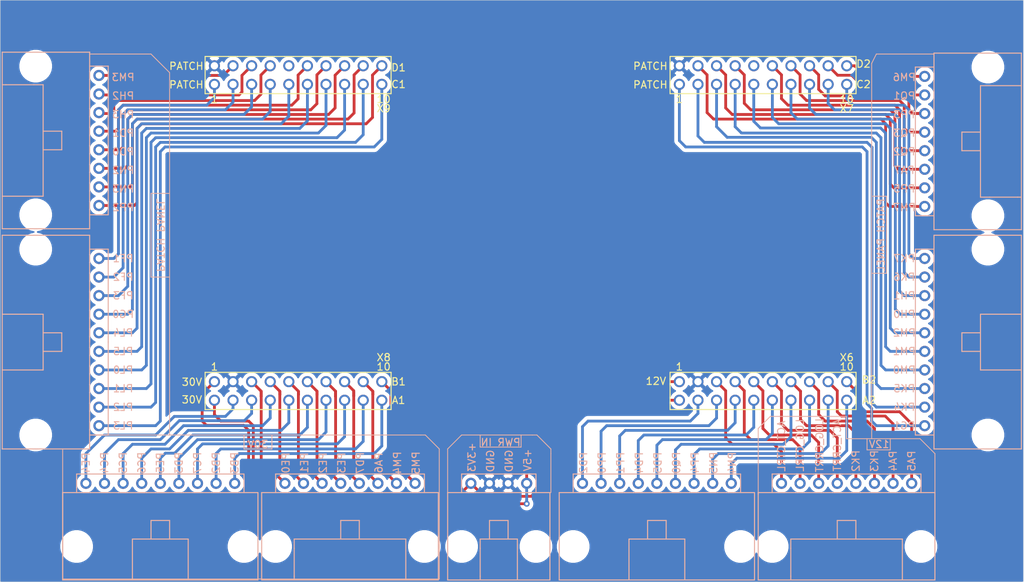
<source format=kicad_pcb>
(kicad_pcb (version 20171130) (host pcbnew "(5.1.4)-1")
  (layers (0 F.Cu signal hide) (31 B.Cu signal hide) (34 B.Paste user) (35 F.Paste user) (36 B.SilkS user) (37 F.SilkS user) (38 B.Mask user) (39 F.Mask user) (44 Edge.Cuts user))
  (net 0 "")
  (net 1 +5VA)
  (net 2 GND)
  (net 3 +3V3)
  (net 4 "Net-(ConnA1-Pad1)")
  (net 5 "Net-(ConnA1-Pad2)")
  (net 6 "Net-(ConnA1-Pad3)")
  (net 7 "Net-(ConnA1-Pad4)")
  (net 8 "Net-(ConnA1-Pad5)")
  (net 9 "Net-(ConnA1-Pad6)")
  (net 10 "Net-(ConnA1-Pad7)")
  (net 11 "Net-(ConnA1-Pad8)")
  (net 12 "Net-(ConnA1-Pad9)")
  (net 13 "Net-(ConnA2-Pad9)")
  (net 14 "Net-(ConnA2-Pad8)")
  (net 15 "Net-(ConnA2-Pad7)")
  (net 16 "Net-(ConnA2-Pad6)")
  (net 17 "Net-(ConnA2-Pad5)")
  (net 18 "Net-(ConnA2-Pad4)")
  (net 19 "Net-(ConnA2-Pad3)")
  (net 20 "Net-(ConnA2-Pad2)")
  (net 21 "Net-(ConnA2-Pad1)")
  (net 22 "Net-(ConnB1-Pad1)")
  (net 23 "Net-(ConnB1-Pad2)")
  (net 24 "Net-(ConnB1-Pad3)")
  (net 25 "Net-(ConnB1-Pad4)")
  (net 26 "Net-(ConnB1-Pad5)")
  (net 27 "Net-(ConnB1-Pad6)")
  (net 28 "Net-(ConnB1-Pad7)")
  (net 29 "Net-(ConnB1-Pad8)")
  (net 30 "Net-(ConnB2-Pad1)")
  (net 31 "Net-(ConnB2-Pad2)")
  (net 32 "Net-(ConnB2-Pad3)")
  (net 33 "Net-(ConnB2-Pad4)")
  (net 34 "Net-(ConnB2-Pad5)")
  (net 35 "Net-(ConnB2-Pad6)")
  (net 36 "Net-(ConnB2-Pad7)")
  (net 37 "Net-(ConnB2-Pad8)")
  (net 38 "Net-(ConnC1-Pad1)")
  (net 39 "Net-(ConnC1-Pad2)")
  (net 40 "Net-(ConnC1-Pad3)")
  (net 41 "Net-(ConnC1-Pad4)")
  (net 42 "Net-(ConnC1-Pad5)")
  (net 43 "Net-(ConnC1-Pad6)")
  (net 44 "Net-(ConnC1-Pad7)")
  (net 45 "Net-(ConnC1-Pad8)")
  (net 46 "Net-(ConnC1-Pad9)")
  (net 47 "Net-(ConnC1-Pad10)")
  (net 48 "Net-(ConnC2-Pad10)")
  (net 49 "Net-(ConnC2-Pad9)")
  (net 50 "Net-(ConnC2-Pad8)")
  (net 51 "Net-(ConnC2-Pad7)")
  (net 52 "Net-(ConnC2-Pad6)")
  (net 53 "Net-(ConnC2-Pad5)")
  (net 54 "Net-(ConnC2-Pad4)")
  (net 55 "Net-(ConnC2-Pad3)")
  (net 56 "Net-(ConnC2-Pad2)")
  (net 57 "Net-(ConnC2-Pad1)")
  (net 58 "Net-(ConnD1-Pad8)")
  (net 59 "Net-(ConnD1-Pad7)")
  (net 60 "Net-(ConnD1-Pad6)")
  (net 61 "Net-(ConnD1-Pad5)")
  (net 62 "Net-(ConnD1-Pad4)")
  (net 63 "Net-(ConnD1-Pad3)")
  (net 64 "Net-(ConnD1-Pad2)")
  (net 65 "Net-(ConnD1-Pad1)")
  (net 66 "Net-(ConnD2-Pad8)")
  (net 67 "Net-(ConnD2-Pad7)")
  (net 68 "Net-(ConnD2-Pad6)")
  (net 69 "Net-(ConnD2-Pad5)")
  (net 70 "Net-(ConnD2-Pad4)")
  (net 71 "Net-(ConnD2-Pad3)")
  (net 72 "Net-(ConnD2-Pad2)")
  (net 73 "Net-(ConnD2-Pad1)")
  (net 74 "Net-(U1-PadRese')")
  (net 75 "Net-(U1-PadRese)")
  (module MRDT_Shields:Tiva_Breakout (layer F.Cu) (at 100.101001 108.279001)
    (fp_text reference U1 hide)
    (fp_text value TM4C129E_Launchpad hide)
    (fp_text user 1 (at 1.27 -42.418 180) (layer F.SilkS))
    (fp_text user 10 (at 24.384 -42.418 180) (layer F.SilkS))
    (fp_text user 1 (at 1.27 -5.842 180) (layer F.SilkS))
    (fp_text user 10 (at 24.384 -5.842 180) (layer F.SilkS))
    (fp_text user 1 (at 64.77 -42.418 180) (layer F.SilkS))
    (fp_text user 10 (at 87.63 -42.418 180) (layer F.SilkS))
    (fp_text user 10 (at 87.63 -5.842 180) (layer F.SilkS))
    (fp_text user 1 (at 64.77 -5.842 180) (layer F.SilkS))
    (fp_text user X9 (at 24.384 -41.148 180) (layer F.SilkS))
    (fp_text user X8 (at 24.384 -7.112 180) (layer F.SilkS))
    (fp_text user X7 (at 87.63 -41.148 180) (layer F.SilkS))
    (fp_text user X6 (at 87.63 -7.112) (layer F.SilkS))
    (fp_text user C1 (at 26.416 -44.45 180) (layer F.SilkS))
    (fp_text user D1 (at 26.416 -46.736 180) (layer F.SilkS))
    (fp_text user C2 (at 89.916 -44.45 180) (layer F.SilkS))
    (fp_text user D2 (at 89.916 -47.244) (layer F.SilkS))
    (fp_text user B1 (at 26.416 -3.81 180) (layer F.SilkS))
    (fp_text user A1 (at 26.416 -1.27 180) (layer F.SilkS))
    (fp_text user B2 (at 90.678 -4.064 180) (layer F.SilkS))
    (fp_text user A2 (at 90.678 -1.27 180) (layer F.SilkS))
    (pad +3V3' thru_hole circle (at 64.77 -1.27 180) (size 1.52 1.52) (drill 1) (layers *.Cu *.Mask F.Paste) (net 3 +3V3))
    (pad PM6 thru_hole circle (at 87.63 -46.99 180) (size 1.52 1.52) (drill 1) (layers *.Cu *.Mask F.Paste) (net 66 "Net-(ConnD2-Pad8)"))
    (pad PQ1 thru_hole circle (at 85.09 -46.99 180) (size 1.52 1.52) (drill 1) (layers *.Cu *.Mask F.Paste) (net 67 "Net-(ConnD2-Pad7)"))
    (pad PQ2 thru_hole circle (at 77.47 -46.99 180) (size 1.52 1.52) (drill 1) (layers *.Cu *.Mask F.Paste) (net 70 "Net-(ConnD2-Pad4)"))
    (pad PK0 thru_hole circle (at 74.93 -3.81 180) (size 1.52 1.52) (drill 1) (layers *.Cu *.Mask F.Paste) (net 32 "Net-(ConnB2-Pad3)"))
    (pad PQ3 thru_hole circle (at 80.01 -46.99 180) (size 1.52 1.52) (drill 1) (layers *.Cu *.Mask F.Paste) (net 69 "Net-(ConnD2-Pad5)"))
    (pad PP3 thru_hole circle (at 82.55 -46.99 180) (size 1.52 1.52) (drill 1) (layers *.Cu *.Mask F.Paste) (net 68 "Net-(ConnD2-Pad6)"))
    (pad PQ0 thru_hole circle (at 80.01 -1.27 180) (size 1.52 1.52) (drill 1) (layers *.Cu *.Mask F.Paste) (net 16 "Net-(ConnA2-Pad6)"))
    (pad PA4 thru_hole circle (at 85.09 -3.81 180) (size 1.52 1.52) (drill 1) (layers *.Cu *.Mask F.Paste) (net 36 "Net-(ConnB2-Pad7)"))
    (pad Rese' thru_hole circle (at 74.93 -46.99 180) (size 1.52 1.52) (drill 1) (layers *.Cu *.Mask F.Paste) (net 74 "Net-(U1-PadRese')"))
    (pad PA7 thru_hole circle (at 72.39 -46.99 180) (size 1.52 1.52) (drill 1) (layers *.Cu *.Mask F.Paste) (net 71 "Net-(ConnD2-Pad3)"))
    (pad PN5 thru_hole circle (at 85.09 -1.27 180) (size 1.52 1.52) (drill 1) (layers *.Cu *.Mask F.Paste) (net 14 "Net-(ConnA2-Pad8)"))
    (pad PK2 thru_hole circle (at 80.01 -3.81 180) (size 1.52 1.52) (drill 1) (layers *.Cu *.Mask F.Paste) (net 34 "Net-(ConnB2-Pad5)"))
    (pad PK1 thru_hole circle (at 77.47 -3.81 180) (size 1.52 1.52) (drill 1) (layers *.Cu *.Mask F.Paste) (net 33 "Net-(ConnB2-Pad4)"))
    (pad +5V' thru_hole circle (at 64.77 -3.81 180) (size 1.52 1.52) (drill 1) (layers *.Cu *.Mask F.Paste) (net 1 +5VA))
    (pad GND thru_hole circle (at 67.31 -3.81 180) (size 1.52 1.52) (drill 1) (layers *.Cu *.Mask F.Paste) (net 2 GND))
    (pad PB4 thru_hole circle (at 69.85 -3.81 180) (size 1.52 1.52) (drill 1) (layers *.Cu *.Mask F.Paste) (net 30 "Net-(ConnB2-Pad1)"))
    (pad PB5 thru_hole circle (at 72.39 -3.81 180) (size 1.52 1.52) (drill 1) (layers *.Cu *.Mask F.Paste) (net 31 "Net-(ConnB2-Pad2)"))
    (pad PK3 thru_hole circle (at 82.55 -3.81 180) (size 1.52 1.52) (drill 1) (layers *.Cu *.Mask F.Paste) (net 35 "Net-(ConnB2-Pad6)"))
    (pad PA5 thru_hole circle (at 87.63 -3.81 180) (size 1.52 1.52) (drill 1) (layers *.Cu *.Mask F.Paste) (net 37 "Net-(ConnB2-Pad8)"))
    (pad PD2 thru_hole circle (at 67.31 -1.27 180) (size 1.52 1.52) (drill 1) (layers *.Cu *.Mask F.Paste) (net 21 "Net-(ConnA2-Pad1)"))
    (pad PP0 thru_hole circle (at 69.85 -1.27 180) (size 1.52 1.52) (drill 1) (layers *.Cu *.Mask F.Paste) (net 20 "Net-(ConnA2-Pad2)"))
    (pad PP1 thru_hole circle (at 72.39 -1.27 180) (size 1.52 1.52) (drill 1) (layers *.Cu *.Mask F.Paste) (net 19 "Net-(ConnA2-Pad3)"))
    (pad PD4 thru_hole circle (at 74.93 -1.27 180) (size 1.52 1.52) (drill 1) (layers *.Cu *.Mask F.Paste) (net 18 "Net-(ConnA2-Pad4)"))
    (pad PD5 thru_hole circle (at 77.47 -1.27 180) (size 1.52 1.52) (drill 1) (layers *.Cu *.Mask F.Paste) (net 17 "Net-(ConnA2-Pad5)"))
    (pad PP4 thru_hole circle (at 82.55 -1.27 180) (size 1.52 1.52) (drill 1) (layers *.Cu *.Mask F.Paste) (net 15 "Net-(ConnA2-Pad7)"))
    (pad PN4 thru_hole circle (at 87.63 -1.27 180) (size 1.52 1.52) (drill 1) (layers *.Cu *.Mask F.Paste) (net 13 "Net-(ConnA2-Pad9)"))
    (pad PG1 thru_hole circle (at 64.77 -44.45 180) (size 1.52 1.52) (drill 1) (layers *.Cu *.Mask F.Paste) (net 57 "Net-(ConnC2-Pad1)"))
    (pad PK4 thru_hole circle (at 67.31 -44.45 180) (size 1.52 1.52) (drill 1) (layers *.Cu *.Mask F.Paste) (net 56 "Net-(ConnC2-Pad2)"))
    (pad PK5 thru_hole circle (at 69.85 -44.45 180) (size 1.52 1.52) (drill 1) (layers *.Cu *.Mask F.Paste) (net 55 "Net-(ConnC2-Pad3)"))
    (pad PM0 thru_hole circle (at 72.39 -44.45 180) (size 1.52 1.52) (drill 1) (layers *.Cu *.Mask F.Paste) (net 54 "Net-(ConnC2-Pad4)"))
    (pad PM1 thru_hole circle (at 74.93 -44.45 180) (size 1.52 1.52) (drill 1) (layers *.Cu *.Mask F.Paste) (net 53 "Net-(ConnC2-Pad5)"))
    (pad PM2 thru_hole circle (at 77.47 -44.45 180) (size 1.52 1.52) (drill 1) (layers *.Cu *.Mask F.Paste) (net 52 "Net-(ConnC2-Pad6)"))
    (pad PH0 thru_hole circle (at 80.01 -44.45 180) (size 1.52 1.52) (drill 1) (layers *.Cu *.Mask F.Paste) (net 51 "Net-(ConnC2-Pad7)"))
    (pad PH1 thru_hole circle (at 82.55 -44.45 180) (size 1.52 1.52) (drill 1) (layers *.Cu *.Mask F.Paste) (net 50 "Net-(ConnC2-Pad8)"))
    (pad PK6 thru_hole circle (at 85.09 -44.45 180) (size 1.52 1.52) (drill 1) (layers *.Cu *.Mask F.Paste) (net 49 "Net-(ConnC2-Pad9)"))
    (pad PK7 thru_hole circle (at 87.63 -44.45 180) (size 1.52 1.52) (drill 1) (layers *.Cu *.Mask F.Paste) (net 48 "Net-(ConnC2-Pad10)"))
    (pad GND thru_hole circle (at 64.77 -46.99 180) (size 1.52 1.52) (drill 1) (layers *.Cu *.Mask F.Paste) (net 2 GND))
    (pad PM7 thru_hole circle (at 67.31 -46.99 180) (size 1.52 1.52) (drill 1) (layers *.Cu *.Mask F.Paste) (net 73 "Net-(ConnD2-Pad1)"))
    (pad PP5 thru_hole circle (at 69.85 -46.99 180) (size 1.52 1.52) (drill 1) (layers *.Cu *.Mask F.Paste) (net 72 "Net-(ConnD2-Pad2)"))
    (pad +5V thru_hole circle (at 1.27 -3.81 180) (size 1.52 1.52) (drill 1) (layers *.Cu *.Mask F.Paste) (net 1 +5VA))
    (pad GND thru_hole circle (at 3.81 -3.81 180) (size 1.52 1.52) (drill 1) (layers *.Cu *.Mask F.Paste) (net 2 GND))
    (pad PE0 thru_hole circle (at 6.35 -3.81 180) (size 1.52 1.52) (drill 1) (layers *.Cu *.Mask F.Paste) (net 22 "Net-(ConnB1-Pad1)"))
    (pad PE1 thru_hole circle (at 8.89 -3.81 180) (size 1.52 1.52) (drill 1) (layers *.Cu *.Mask F.Paste) (net 23 "Net-(ConnB1-Pad2)"))
    (pad PE2 thru_hole circle (at 11.43 -3.81 180) (size 1.52 1.52) (drill 1) (layers *.Cu *.Mask F.Paste) (net 24 "Net-(ConnB1-Pad3)"))
    (pad PE3 thru_hole circle (at 13.97 -3.81 180) (size 1.52 1.52) (drill 1) (layers *.Cu *.Mask F.Paste) (net 25 "Net-(ConnB1-Pad4)"))
    (pad PD7 thru_hole circle (at 16.51 -3.81 180) (size 1.52 1.52) (drill 1) (layers *.Cu *.Mask F.Paste) (net 26 "Net-(ConnB1-Pad5)"))
    (pad PA6 thru_hole circle (at 19.05 -3.81 180) (size 1.52 1.52) (drill 1) (layers *.Cu *.Mask F.Paste) (net 27 "Net-(ConnB1-Pad6)"))
    (pad PM4 thru_hole circle (at 21.59 -3.81 180) (size 1.52 1.52) (drill 1) (layers *.Cu *.Mask F.Paste) (net 28 "Net-(ConnB1-Pad7)"))
    (pad PM5 thru_hole circle (at 24.13 -3.81 180) (size 1.52 1.52) (drill 1) (layers *.Cu *.Mask F.Paste) (net 29 "Net-(ConnB1-Pad8)"))
    (pad +3V3 thru_hole circle (at 1.27 -1.27 180) (size 1.52 1.52) (drill 1) (layers *.Cu *.Mask F.Paste) (net 3 +3V3))
    (pad PE4 thru_hole circle (at 3.81 -1.27 180) (size 1.52 1.52) (drill 1) (layers *.Cu *.Mask F.Paste) (net 4 "Net-(ConnA1-Pad1)"))
    (pad PC4 thru_hole circle (at 6.35 -1.27 180) (size 1.52 1.52) (drill 1) (layers *.Cu *.Mask F.Paste) (net 5 "Net-(ConnA1-Pad2)"))
    (pad PC5 thru_hole circle (at 8.89 -1.27 180) (size 1.52 1.52) (drill 1) (layers *.Cu *.Mask F.Paste) (net 6 "Net-(ConnA1-Pad3)"))
    (pad PC6 thru_hole circle (at 11.43 -1.27 180) (size 1.52 1.52) (drill 1) (layers *.Cu *.Mask F.Paste) (net 7 "Net-(ConnA1-Pad4)"))
    (pad PE5 thru_hole circle (at 13.97 -1.27 180) (size 1.52 1.52) (drill 1) (layers *.Cu *.Mask F.Paste) (net 8 "Net-(ConnA1-Pad5)"))
    (pad PD3 thru_hole circle (at 16.51 -1.27 180) (size 1.52 1.52) (drill 1) (layers *.Cu *.Mask F.Paste) (net 9 "Net-(ConnA1-Pad6)"))
    (pad PC7 thru_hole circle (at 19.05 -1.27 180) (size 1.52 1.52) (drill 1) (layers *.Cu *.Mask F.Paste) (net 10 "Net-(ConnA1-Pad7)"))
    (pad PB2 thru_hole circle (at 21.59 -1.27 180) (size 1.52 1.52) (drill 1) (layers *.Cu *.Mask F.Paste) (net 11 "Net-(ConnA1-Pad8)"))
    (pad PB3 thru_hole circle (at 24.13 -1.27 180) (size 1.52 1.52) (drill 1) (layers *.Cu *.Mask F.Paste) (net 12 "Net-(ConnA1-Pad9)"))
    (pad PF1 thru_hole circle (at 1.27 -44.45 180) (size 1.52 1.52) (drill 1) (layers *.Cu *.Mask F.Paste) (net 38 "Net-(ConnC1-Pad1)"))
    (pad PF2 thru_hole circle (at 3.81 -44.45 180) (size 1.52 1.52) (drill 1) (layers *.Cu *.Mask F.Paste) (net 39 "Net-(ConnC1-Pad2)"))
    (pad PF3 thru_hole circle (at 6.35 -44.45 180) (size 1.52 1.52) (drill 1) (layers *.Cu *.Mask F.Paste) (net 40 "Net-(ConnC1-Pad3)"))
    (pad PG0 thru_hole circle (at 8.89 -44.45 180) (size 1.52 1.52) (drill 1) (layers *.Cu *.Mask F.Paste) (net 41 "Net-(ConnC1-Pad4)"))
    (pad PL4 thru_hole circle (at 11.43 -44.45 180) (size 1.52 1.52) (drill 1) (layers *.Cu *.Mask F.Paste) (net 42 "Net-(ConnC1-Pad5)"))
    (pad PL5 thru_hole circle (at 13.97 -44.45 180) (size 1.52 1.52) (drill 1) (layers *.Cu *.Mask F.Paste) (net 43 "Net-(ConnC1-Pad6)"))
    (pad PL0 thru_hole circle (at 16.51 -44.45 180) (size 1.52 1.52) (drill 1) (layers *.Cu *.Mask F.Paste) (net 44 "Net-(ConnC1-Pad7)"))
    (pad PL1 thru_hole circle (at 19.05 -44.45 180) (size 1.52 1.52) (drill 1) (layers *.Cu *.Mask F.Paste) (net 45 "Net-(ConnC1-Pad8)"))
    (pad PL2 thru_hole circle (at 21.59 -44.45 180) (size 1.52 1.52) (drill 1) (layers *.Cu *.Mask F.Paste) (net 46 "Net-(ConnC1-Pad9)"))
    (pad PL3 thru_hole circle (at 24.13 -44.45 180) (size 1.52 1.52) (drill 1) (layers *.Cu *.Mask F.Paste) (net 47 "Net-(ConnC1-Pad10)"))
    (pad GND thru_hole circle (at 1.27 -46.99 180) (size 1.52 1.52) (drill 1) (layers *.Cu *.Mask F.Paste) (net 2 GND))
    (pad PM3 thru_hole circle (at 3.81 -46.99 180) (size 1.52 1.52) (drill 1) (layers *.Cu *.Mask F.Paste) (net 65 "Net-(ConnD1-Pad1)"))
    (pad PH2 thru_hole circle (at 6.35 -46.99 180) (size 1.52 1.52) (drill 1) (layers *.Cu *.Mask F.Paste) (net 64 "Net-(ConnD1-Pad2)"))
    (pad PH3 thru_hole circle (at 8.89 -46.99 180) (size 1.52 1.52) (drill 1) (layers *.Cu *.Mask F.Paste) (net 63 "Net-(ConnD1-Pad3)"))
    (pad Rese thru_hole circle (at 11.43 -46.99 180) (size 1.52 1.52) (drill 1) (layers *.Cu *.Mask F.Paste) (net 75 "Net-(U1-PadRese)"))
    (pad PD1 thru_hole circle (at 13.97 -46.99 180) (size 1.52 1.52) (drill 1) (layers *.Cu *.Mask F.Paste) (net 62 "Net-(ConnD1-Pad4)"))
    (pad PD0 thru_hole circle (at 16.51 -46.99 180) (size 1.52 1.52) (drill 1) (layers *.Cu *.Mask F.Paste) (net 61 "Net-(ConnD1-Pad5)"))
    (pad PN2 thru_hole circle (at 19.05 -46.99 180) (size 1.52 1.52) (drill 1) (layers *.Cu *.Mask F.Paste) (net 60 "Net-(ConnD1-Pad6)"))
    (pad PN3 thru_hole circle (at 21.59 -46.99 180) (size 1.52 1.52) (drill 1) (layers *.Cu *.Mask F.Paste) (net 59 "Net-(ConnD1-Pad7)"))
    (pad PP2 thru_hole circle (at 24.13 -46.99 180) (size 1.52 1.52) (drill 1) (layers *.Cu *.Mask F.Paste) (net 58 "Net-(ConnD1-Pad8)"))
  )
  (module MRDT_Connectors:MOLEX_SL_09_Horizontal (layer B.Cu) (at 93.98 118.364)
    (fp_text reference ConnA1 hide)
    (fp_text value Molex_SL_09)
    (pad 1 thru_hole circle (at -10.16 0) (size 1.524 1.524) (drill 0.9) (layers *.Cu *.Mask) (net 4 "Net-(ConnA1-Pad1)"))
    (pad 2 thru_hole circle (at -7.62 0) (size 1.524 1.524) (drill 0.9) (layers *.Cu *.Mask) (net 5 "Net-(ConnA1-Pad2)"))
    (pad 3 thru_hole circle (at -5.08 0) (size 1.524 1.524) (drill 0.9) (layers *.Cu *.Mask) (net 6 "Net-(ConnA1-Pad3)"))
    (pad 4 thru_hole circle (at -2.54 0) (size 1.524 1.524) (drill 0.9) (layers *.Cu *.Mask) (net 7 "Net-(ConnA1-Pad4)"))
    (pad 5 thru_hole circle (at 0 0) (size 1.524 1.524) (drill 0.9) (layers *.Cu *.Mask) (net 8 "Net-(ConnA1-Pad5)"))
    (pad "" np_thru_hole circle (at -11.43 8.636) (size 3.45 3.45) (drill 3.45) (layers *.Cu *.Mask))
    (pad "" np_thru_hole circle (at 11.43 8.636) (size 3.45 3.45) (drill 3.45) (layers *.Cu *.Mask))
    (pad 6 thru_hole circle (at 2.54 0) (size 1.524 1.524) (drill 0.9) (layers *.Cu *.Mask) (net 9 "Net-(ConnA1-Pad6)"))
    (pad 7 thru_hole circle (at 5.08 0) (size 1.524 1.524) (drill 0.9) (layers *.Cu *.Mask) (net 10 "Net-(ConnA1-Pad7)"))
    (pad 8 thru_hole circle (at 7.62 0) (size 1.524 1.524) (drill 0.9) (layers *.Cu *.Mask) (net 11 "Net-(ConnA1-Pad8)"))
    (pad 9 thru_hole circle (at 10.16 0) (size 1.524 1.524) (drill 0.9) (layers *.Cu *.Mask) (net 12 "Net-(ConnA1-Pad9)"))
  )
  (module MRDT_Connectors:MOLEX_SL_09_Horizontal (layer B.Cu) (at 161.798 118.364)
    (fp_text reference ConnA2 hide)
    (fp_text value Molex_SL_09)
    (pad 9 thru_hole circle (at 10.16 0) (size 1.524 1.524) (drill 0.9) (layers *.Cu *.Mask) (net 13 "Net-(ConnA2-Pad9)"))
    (pad 8 thru_hole circle (at 7.62 0) (size 1.524 1.524) (drill 0.9) (layers *.Cu *.Mask) (net 14 "Net-(ConnA2-Pad8)"))
    (pad 7 thru_hole circle (at 5.08 0) (size 1.524 1.524) (drill 0.9) (layers *.Cu *.Mask) (net 15 "Net-(ConnA2-Pad7)"))
    (pad 6 thru_hole circle (at 2.54 0) (size 1.524 1.524) (drill 0.9) (layers *.Cu *.Mask) (net 16 "Net-(ConnA2-Pad6)"))
    (pad "" np_thru_hole circle (at 11.43 8.636) (size 3.45 3.45) (drill 3.45) (layers *.Cu *.Mask))
    (pad "" np_thru_hole circle (at -11.43 8.636) (size 3.45 3.45) (drill 3.45) (layers *.Cu *.Mask))
    (pad 5 thru_hole circle (at 0 0) (size 1.524 1.524) (drill 0.9) (layers *.Cu *.Mask) (net 17 "Net-(ConnA2-Pad5)"))
    (pad 4 thru_hole circle (at -2.54 0) (size 1.524 1.524) (drill 0.9) (layers *.Cu *.Mask) (net 18 "Net-(ConnA2-Pad4)"))
    (pad 3 thru_hole circle (at -5.08 0) (size 1.524 1.524) (drill 0.9) (layers *.Cu *.Mask) (net 19 "Net-(ConnA2-Pad3)"))
    (pad 2 thru_hole circle (at -7.62 0) (size 1.524 1.524) (drill 0.9) (layers *.Cu *.Mask) (net 20 "Net-(ConnA2-Pad2)"))
    (pad 1 thru_hole circle (at -10.16 0) (size 1.524 1.524) (drill 0.9) (layers *.Cu *.Mask) (net 21 "Net-(ConnA2-Pad1)"))
  )
  (module MRDT_Connectors:MOLEX_SL_08_Horizontal (layer B.Cu) (at 119.888 118.364)
    (fp_text reference ConnB1 hide)
    (fp_text value Molex_SL_08)
    (pad 1 thru_hole circle (at -8.89 0) (size 1.524 1.524) (drill 0.9) (layers *.Cu *.Mask) (net 22 "Net-(ConnB1-Pad1)"))
    (pad 2 thru_hole circle (at -6.35 0) (size 1.524 1.524) (drill 0.9) (layers *.Cu *.Mask) (net 23 "Net-(ConnB1-Pad2)"))
    (pad 3 thru_hole circle (at -3.81 0) (size 1.524 1.524) (drill 0.9) (layers *.Cu *.Mask) (net 24 "Net-(ConnB1-Pad3)"))
    (pad 4 thru_hole circle (at -1.27 0) (size 1.524 1.524) (drill 0.9) (layers *.Cu *.Mask) (net 25 "Net-(ConnB1-Pad4)"))
    (pad 5 thru_hole circle (at 1.27 0) (size 1.524 1.524) (drill 0.9) (layers *.Cu *.Mask) (net 26 "Net-(ConnB1-Pad5)"))
    (pad "" np_thru_hole circle (at -10.16 8.636) (size 3.45 3.45) (drill 3.45) (layers *.Cu *.Mask))
    (pad "" np_thru_hole circle (at 10.16 8.636) (size 3.45 3.45) (drill 3.45) (layers *.Cu *.Mask))
    (pad 6 thru_hole circle (at 3.81 0) (size 1.524 1.524) (drill 0.9) (layers *.Cu *.Mask) (net 27 "Net-(ConnB1-Pad6)"))
    (pad 7 thru_hole circle (at 6.35 0) (size 1.524 1.524) (drill 0.9) (layers *.Cu *.Mask) (net 28 "Net-(ConnB1-Pad7)"))
    (pad 8 thru_hole circle (at 8.89 0) (size 1.524 1.524) (drill 0.9) (layers *.Cu *.Mask) (net 29 "Net-(ConnB1-Pad8)"))
  )
  (module MRDT_Connectors:MOLEX_SL_08_Horizontal (layer B.Cu) (at 187.706 118.364)
    (fp_text reference ConnB2 hide)
    (fp_text value Molex_SL_08)
    (pad 1 thru_hole circle (at -8.89 0) (size 1.524 1.524) (drill 0.9) (layers *.Cu *.Mask) (net 30 "Net-(ConnB2-Pad1)"))
    (pad 2 thru_hole circle (at -6.35 0) (size 1.524 1.524) (drill 0.9) (layers *.Cu *.Mask) (net 31 "Net-(ConnB2-Pad2)"))
    (pad 3 thru_hole circle (at -3.81 0) (size 1.524 1.524) (drill 0.9) (layers *.Cu *.Mask) (net 32 "Net-(ConnB2-Pad3)"))
    (pad 4 thru_hole circle (at -1.27 0) (size 1.524 1.524) (drill 0.9) (layers *.Cu *.Mask) (net 33 "Net-(ConnB2-Pad4)"))
    (pad 5 thru_hole circle (at 1.27 0) (size 1.524 1.524) (drill 0.9) (layers *.Cu *.Mask) (net 34 "Net-(ConnB2-Pad5)"))
    (pad "" np_thru_hole circle (at -10.16 8.636) (size 3.45 3.45) (drill 3.45) (layers *.Cu *.Mask))
    (pad "" np_thru_hole circle (at 10.16 8.636) (size 3.45 3.45) (drill 3.45) (layers *.Cu *.Mask))
    (pad 6 thru_hole circle (at 3.81 0) (size 1.524 1.524) (drill 0.9) (layers *.Cu *.Mask) (net 35 "Net-(ConnB2-Pad6)"))
    (pad 7 thru_hole circle (at 6.35 0) (size 1.524 1.524) (drill 0.9) (layers *.Cu *.Mask) (net 36 "Net-(ConnB2-Pad7)"))
    (pad 8 thru_hole circle (at 8.89 0) (size 1.524 1.524) (drill 0.9) (layers *.Cu *.Mask) (net 37 "Net-(ConnB2-Pad8)"))
  )
  (module MRDT_Connectors:MOLEX_SL_10_Horizontal (layer B.Cu) (at 85.598 99.06 270)
    (fp_text reference ConnC1 hide)
    (fp_text value Molex_SL_10)
    (pad 1 thru_hole circle (at -11.43 0 270) (size 1.524 1.524) (drill 0.9) (layers *.Cu *.Mask) (net 38 "Net-(ConnC1-Pad1)"))
    (pad 2 thru_hole circle (at -8.89 0 270) (size 1.524 1.524) (drill 0.9) (layers *.Cu *.Mask) (net 39 "Net-(ConnC1-Pad2)"))
    (pad 3 thru_hole circle (at -6.35 0 270) (size 1.524 1.524) (drill 0.9) (layers *.Cu *.Mask) (net 40 "Net-(ConnC1-Pad3)"))
    (pad 4 thru_hole circle (at -3.81 0 270) (size 1.524 1.524) (drill 0.9) (layers *.Cu *.Mask) (net 41 "Net-(ConnC1-Pad4)"))
    (pad 5 thru_hole circle (at -1.27 0 270) (size 1.524 1.524) (drill 0.9) (layers *.Cu *.Mask) (net 42 "Net-(ConnC1-Pad5)"))
    (pad "" np_thru_hole circle (at -12.7 8.636 270) (size 3.45 3.45) (drill 3.45) (layers *.Cu *.Mask))
    (pad "" np_thru_hole circle (at 12.7 8.636 270) (size 3.45 3.45) (drill 3.45) (layers *.Cu *.Mask))
    (pad 6 thru_hole circle (at 1.27 0 270) (size 1.524 1.524) (drill 0.9) (layers *.Cu *.Mask) (net 43 "Net-(ConnC1-Pad6)"))
    (pad 7 thru_hole circle (at 3.81 0 270) (size 1.524 1.524) (drill 0.9) (layers *.Cu *.Mask) (net 44 "Net-(ConnC1-Pad7)"))
    (pad 8 thru_hole circle (at 6.35 0 270) (size 1.524 1.524) (drill 0.9) (layers *.Cu *.Mask) (net 45 "Net-(ConnC1-Pad8)"))
    (pad 9 thru_hole circle (at 8.89 0 270) (size 1.524 1.524) (drill 0.9) (layers *.Cu *.Mask) (net 46 "Net-(ConnC1-Pad9)"))
    (pad 10 thru_hole circle (at 11.43 0 270) (size 1.524 1.524) (drill 0.9) (layers *.Cu *.Mask) (net 47 "Net-(ConnC1-Pad10)"))
  )
  (module MRDT_Connectors:MOLEX_SL_10_Horizontal (layer B.Cu) (at 198.374 99.06 90)
    (fp_text reference ConnC2 hide)
    (fp_text value Molex_SL_10)
    (pad 10 thru_hole circle (at 11.43 0 90) (size 1.524 1.524) (drill 0.9) (layers *.Cu *.Mask) (net 48 "Net-(ConnC2-Pad10)"))
    (pad 9 thru_hole circle (at 8.89 0 90) (size 1.524 1.524) (drill 0.9) (layers *.Cu *.Mask) (net 49 "Net-(ConnC2-Pad9)"))
    (pad 8 thru_hole circle (at 6.35 0 90) (size 1.524 1.524) (drill 0.9) (layers *.Cu *.Mask) (net 50 "Net-(ConnC2-Pad8)"))
    (pad 7 thru_hole circle (at 3.81 0 90) (size 1.524 1.524) (drill 0.9) (layers *.Cu *.Mask) (net 51 "Net-(ConnC2-Pad7)"))
    (pad 6 thru_hole circle (at 1.27 0 90) (size 1.524 1.524) (drill 0.9) (layers *.Cu *.Mask) (net 52 "Net-(ConnC2-Pad6)"))
    (pad "" np_thru_hole circle (at 12.7 8.636 90) (size 3.45 3.45) (drill 3.45) (layers *.Cu *.Mask))
    (pad "" np_thru_hole circle (at -12.7 8.636 90) (size 3.45 3.45) (drill 3.45) (layers *.Cu *.Mask))
    (pad 5 thru_hole circle (at -1.27 0 90) (size 1.524 1.524) (drill 0.9) (layers *.Cu *.Mask) (net 53 "Net-(ConnC2-Pad5)"))
    (pad 4 thru_hole circle (at -3.81 0 90) (size 1.524 1.524) (drill 0.9) (layers *.Cu *.Mask) (net 54 "Net-(ConnC2-Pad4)"))
    (pad 3 thru_hole circle (at -6.35 0 90) (size 1.524 1.524) (drill 0.9) (layers *.Cu *.Mask) (net 55 "Net-(ConnC2-Pad3)"))
    (pad 2 thru_hole circle (at -8.89 0 90) (size 1.524 1.524) (drill 0.9) (layers *.Cu *.Mask) (net 56 "Net-(ConnC2-Pad2)"))
    (pad 1 thru_hole circle (at -11.43 0 90) (size 1.524 1.524) (drill 0.9) (layers *.Cu *.Mask) (net 57 "Net-(ConnC2-Pad1)"))
  )
  (module MRDT_Connectors:MOLEX_SL_08_Horizontal (layer B.Cu) (at 85.598 71.501 270)
    (fp_text reference ConnD1 hide)
    (fp_text value Molex_SL_08)
    (pad 8 thru_hole circle (at 8.89 0 270) (size 1.524 1.524) (drill 0.9) (layers *.Cu *.Mask) (net 58 "Net-(ConnD1-Pad8)"))
    (pad 7 thru_hole circle (at 6.35 0 270) (size 1.524 1.524) (drill 0.9) (layers *.Cu *.Mask) (net 59 "Net-(ConnD1-Pad7)"))
    (pad 6 thru_hole circle (at 3.81 0 270) (size 1.524 1.524) (drill 0.9) (layers *.Cu *.Mask) (net 60 "Net-(ConnD1-Pad6)"))
    (pad "" np_thru_hole circle (at 10.16 8.636 270) (size 3.45 3.45) (drill 3.45) (layers *.Cu *.Mask))
    (pad "" np_thru_hole circle (at -10.16 8.636 270) (size 3.45 3.45) (drill 3.45) (layers *.Cu *.Mask))
    (pad 5 thru_hole circle (at 1.27 0 270) (size 1.524 1.524) (drill 0.9) (layers *.Cu *.Mask) (net 61 "Net-(ConnD1-Pad5)"))
    (pad 4 thru_hole circle (at -1.27 0 270) (size 1.524 1.524) (drill 0.9) (layers *.Cu *.Mask) (net 62 "Net-(ConnD1-Pad4)"))
    (pad 3 thru_hole circle (at -3.81 0 270) (size 1.524 1.524) (drill 0.9) (layers *.Cu *.Mask) (net 63 "Net-(ConnD1-Pad3)"))
    (pad 2 thru_hole circle (at -6.35 0 270) (size 1.524 1.524) (drill 0.9) (layers *.Cu *.Mask) (net 64 "Net-(ConnD1-Pad2)"))
    (pad 1 thru_hole circle (at -8.89 0 270) (size 1.524 1.524) (drill 0.9) (layers *.Cu *.Mask) (net 65 "Net-(ConnD1-Pad1)"))
  )
  (module MRDT_Connectors:MOLEX_SL_08_Horizontal (layer B.Cu) (at 198.374 71.628 90)
    (fp_text reference ConnD2 hide)
    (fp_text value Molex_SL_08)
    (pad 8 thru_hole circle (at 8.89 0 90) (size 1.524 1.524) (drill 0.9) (layers *.Cu *.Mask) (net 66 "Net-(ConnD2-Pad8)"))
    (pad 7 thru_hole circle (at 6.35 0 90) (size 1.524 1.524) (drill 0.9) (layers *.Cu *.Mask) (net 67 "Net-(ConnD2-Pad7)"))
    (pad 6 thru_hole circle (at 3.81 0 90) (size 1.524 1.524) (drill 0.9) (layers *.Cu *.Mask) (net 68 "Net-(ConnD2-Pad6)"))
    (pad "" np_thru_hole circle (at 10.16 8.636 90) (size 3.45 3.45) (drill 3.45) (layers *.Cu *.Mask))
    (pad "" np_thru_hole circle (at -10.16 8.636 90) (size 3.45 3.45) (drill 3.45) (layers *.Cu *.Mask))
    (pad 5 thru_hole circle (at 1.27 0 90) (size 1.524 1.524) (drill 0.9) (layers *.Cu *.Mask) (net 69 "Net-(ConnD2-Pad5)"))
    (pad 4 thru_hole circle (at -1.27 0 90) (size 1.524 1.524) (drill 0.9) (layers *.Cu *.Mask) (net 70 "Net-(ConnD2-Pad4)"))
    (pad 3 thru_hole circle (at -3.81 0 90) (size 1.524 1.524) (drill 0.9) (layers *.Cu *.Mask) (net 71 "Net-(ConnD2-Pad3)"))
    (pad 2 thru_hole circle (at -6.35 0 90) (size 1.524 1.524) (drill 0.9) (layers *.Cu *.Mask) (net 72 "Net-(ConnD2-Pad2)"))
    (pad 1 thru_hole circle (at -8.89 0 90) (size 1.524 1.524) (drill 0.9) (layers *.Cu *.Mask) (net 73 "Net-(ConnD2-Pad1)"))
  )
  (module MRDT_Connectors:MOLEX_SL_04_Horizontal (layer B.Cu) (at 140.208 118.364)
    (fp_text reference ConnIN1 hide)
    (fp_text value Molex_SL_04)
    (pad 1 thru_hole circle (at -3.81 0) (size 1.524 1.524) (drill 0.9) (layers *.Cu *.Mask) (net 3 +3V3))
    (pad 2 thru_hole circle (at -1.27 0) (size 1.524 1.524) (drill 0.9) (layers *.Cu *.Mask) (net 2 GND))
    (pad 3 thru_hole circle (at 1.27 0) (size 1.524 1.524) (drill 0.9) (layers *.Cu *.Mask) (net 2 GND))
    (pad 4 thru_hole circle (at 3.81 0) (size 1.524 1.524) (drill 0.9) (layers *.Cu *.Mask) (net 1 +5VA))
    (pad "" np_thru_hole circle (at -5.08 8.636) (size 3.45 3.45) (drill 3.45) (layers *.Cu *.Mask))
    (pad "" np_thru_hole circle (at 5.08 8.636) (size 3.45 3.45) (drill 3.45) (layers *.Cu *.Mask))
  )
  (gr_text PATCH (at 160.909 61.341) (layer F.SilkS) (effects (font (size 1 1))))
  (gr_text PATCH (at 97.536 61.341) (layer F.SilkS) (effects (font (size 1 1))))
  (gr_line (start 92.71 59.69) (end 84.328 59.69) (layer B.SilkS) (width 0.12))
  (gr_line (start 95.25 62.23) (end 92.71 59.69) (layer B.SilkS) (width 0.12))
  (gr_line (start 95.25 86.36) (end 95.25 62.23) (layer B.SilkS) (width 0.12))
  (gr_line (start 191.77 59.69) (end 199.644 59.69) (layer B.SilkS) (width 0.12))
  (gr_line (start 191.135 60.96) (end 191.77 59.69) (layer B.SilkS) (width 0.12))
  (gr_line (start 191.135 85.979) (end 191.135 60.96) (layer B.SilkS) (width 0.12))
  (gr_text 12V (at 161.671 104.394) (layer F.SilkS) (effects (font (size 1 1))))
  (gr_text PATCH (at 160.909 63.881) (layer F.SilkS) (effects (font (size 1 1))))
  (gr_text PATCH (at 97.536 63.881) (layer F.SilkS) (effects (font (size 1 1))))
  (gr_text 30V (at 98.298 106.934) (layer F.SilkS) (effects (font (size 1 1))))
  (gr_text 30V (at 98.298 104.521) (layer F.SilkS) (effects (font (size 1 1))))
  (gr_text PM6 (at 195.58 62.865) (layer B.SilkS) (effects (font (size 1 1)) (justify mirror)))
  (gr_text PQ1 (at 195.58 65.405) (layer B.SilkS) (effects (font (size 1 1)) (justify mirror)))
  (gr_text PQ3 (at 195.58 70.485) (layer B.SilkS) (effects (font (size 1 1)) (justify mirror)))
  (gr_text PP3 (at 195.58 67.945) (layer B.SilkS) (effects (font (size 1 1)) (justify mirror)))
  (gr_text PQ2 (at 195.58 73.025) (layer B.SilkS) (effects (font (size 1 1)) (justify mirror)))
  (gr_text PA7 (at 195.58 75.565) (layer B.SilkS) (effects (font (size 1 1)) (justify mirror)))
  (gr_text PP5 (at 195.58 78.105) (layer B.SilkS) (effects (font (size 1 1)) (justify mirror)))
  (gr_text PM7 (at 195.58 80.645) (layer B.SilkS) (effects (font (size 1 1)) (justify mirror)))
  (gr_line (start 193.167 89.662) (end 191.135 89.662) (layer B.SilkS) (width 0.12))
  (gr_line (start 193.167 79.121) (end 193.167 89.662) (layer B.SilkS) (width 0.12))
  (gr_line (start 191.262 79.121) (end 193.167 79.121) (layer B.SilkS) (width 0.12))
  (gr_line (start 191.135 112.268) (end 191.135 85.979) (layer B.SilkS) (width 0.12))
  (gr_text "PATCH PANEL" (at 192.405 84.455 90) (layer B.SilkS) (effects (font (size 1 1)) (justify mirror)))
  (gr_text PG1 (at 195.58 110.49) (layer B.SilkS) (effects (font (size 1 1)) (justify mirror)))
  (gr_text PK4 (at 195.58 107.95) (layer B.SilkS) (effects (font (size 1 1)) (justify mirror)))
  (gr_text PK5 (at 195.58 105.41) (layer B.SilkS) (effects (font (size 1 1)) (justify mirror)))
  (gr_text PM0 (at 195.58 102.87) (layer B.SilkS) (effects (font (size 1 1)) (justify mirror)))
  (gr_text PM1 (at 195.58 100.33) (layer B.SilkS) (effects (font (size 1 1)) (justify mirror)))
  (gr_text PM2 (at 195.58 97.79) (layer B.SilkS) (effects (font (size 1 1)) (justify mirror)))
  (gr_text PH0 (at 195.58 95.25) (layer B.SilkS) (effects (font (size 1 1)) (justify mirror)))
  (gr_text PH1 (at 195.58 92.71) (layer B.SilkS) (effects (font (size 1 1)) (justify mirror)))
  (gr_text PK6 (at 195.58 90.17) (layer B.SilkS) (effects (font (size 1 1)) (justify mirror)))
  (gr_text PK7 (at 195.58 87.63) (layer B.SilkS) (effects (font (size 1 1)) (justify mirror)))
  (gr_line (start 193.675 113.792) (end 193.675 112.268) (layer B.SilkS) (width 0.12))
  (gr_line (start 190.5 113.792) (end 193.675 113.792) (layer B.SilkS) (width 0.12))
  (gr_line (start 190.5 112.268) (end 190.5 113.792) (layer B.SilkS) (width 0.12))
  (gr_text 12V (at 192.151 113.03) (layer B.SilkS) (effects (font (size 1 1)) (justify mirror)))
  (gr_line (start 175.641 110.871) (end 175.641 119.888) (layer B.SilkS) (width 0.12))
  (gr_line (start 177.292 109.22) (end 175.641 110.871) (layer B.SilkS) (width 0.12))
  (gr_line (start 187.706 109.22) (end 177.292 109.22) (layer B.SilkS) (width 0.12))
  (gr_line (start 187.706 112.268) (end 187.706 109.22) (layer B.SilkS) (width 0.12))
  (gr_line (start 197.739 112.268) (end 187.706 112.268) (layer B.SilkS) (width 0.12))
  (gr_line (start 199.771 114.3) (end 197.739 112.268) (layer B.SilkS) (width 0.12))
  (gr_line (start 199.771 119.634) (end 199.771 114.3) (layer B.SilkS) (width 0.12))
  (gr_text PA5 (at 196.596 115.316 90) (layer B.SilkS) (effects (font (size 1 1)) (justify mirror)))
  (gr_text PA4 (at 194.056 115.316 90) (layer B.SilkS) (effects (font (size 1 1)) (justify mirror)))
  (gr_text PK3 (at 191.516 115.316 90) (layer B.SilkS) (effects (font (size 1 1)) (justify mirror)))
  (gr_text PK2 (at 188.976 115.316 90) (layer B.SilkS) (effects (font (size 1 1)) (justify mirror)))
  (gr_text ACT_CRRT (at 186.436 113.157 90) (layer B.SilkS) (effects (font (size 1 1)) (justify mirror)))
  (gr_text LOG_CRRT (at 184.023 113.157 90) (layer B.SilkS) (effects (font (size 1 1)) (justify mirror)))
  (gr_text LOG_CTRL (at 181.356 113.157 90) (layer B.SilkS) (effects (font (size 1 1)) (justify mirror)))
  (gr_text ACT_CTRL (at 178.816 113.284 90) (layer B.SilkS) (effects (font (size 1 1)) (justify mirror)))
  (gr_text PN4 (at 172.085 115.57 90) (layer B.SilkS) (effects (font (size 1 1)) (justify mirror)))
  (gr_text PN5 (at 169.545 115.57 90) (layer B.SilkS) (effects (font (size 1 1)) (justify mirror)))
  (gr_text PP4 (at 167.005 115.57 90) (layer B.SilkS) (effects (font (size 1 1)) (justify mirror)))
  (gr_text PQ0 (at 164.465 115.57 90) (layer B.SilkS) (effects (font (size 1 1)) (justify mirror)))
  (gr_text PD5 (at 161.925 115.57 90) (layer B.SilkS) (effects (font (size 1 1)) (justify mirror)))
  (gr_text PD4 (at 159.385 115.57 90) (layer B.SilkS) (effects (font (size 1 1)) (justify mirror)))
  (gr_text PP1 (at 156.845 115.57 90) (layer B.SilkS) (effects (font (size 1 1)) (justify mirror)))
  (gr_text PP0 (at 154.305 115.57 90) (layer B.SilkS) (effects (font (size 1 1)) (justify mirror)))
  (gr_text PD2 (at 151.765 115.57 90) (layer B.SilkS) (effects (font (size 1 1)) (justify mirror)))
  (gr_line (start 143.256 113.411) (end 143.256 111.76) (layer B.SilkS) (width 0.12))
  (gr_line (start 137.668 113.411) (end 143.256 113.411) (layer B.SilkS) (width 0.12))
  (gr_line (start 137.668 113.284) (end 137.668 113.411) (layer B.SilkS) (width 0.12))
  (gr_line (start 137.668 111.76) (end 137.668 113.284) (layer B.SilkS) (width 0.12))
  (gr_text "PWR IN" (at 140.462 112.776) (layer B.SilkS) (effects (font (size 1 1)) (justify mirror)))
  (gr_text +5V (at 144.145 115.189 90) (layer B.SilkS) (effects (font (size 1 1)) (justify mirror)))
  (gr_text GND (at 141.605 115.316 90) (layer B.SilkS) (effects (font (size 1 1)) (justify mirror)))
  (gr_text GND (at 139.065 115.316 90) (layer B.SilkS) (effects (font (size 1 1)) (justify mirror)))
  (gr_text +3V3 (at 136.525 114.808 90) (layer B.SilkS) (effects (font (size 1 1)) (justify mirror)))
  (gr_line (start 147.32 113.665) (end 147.32 114.3) (layer B.SilkS) (width 0.12))
  (gr_line (start 145.415 111.76) (end 147.32 113.665) (layer B.SilkS) (width 0.12))
  (gr_line (start 144.78 111.76) (end 145.415 111.76) (layer B.SilkS) (width 0.12))
  (gr_line (start 147.32 114.3) (end 147.32 119.634) (layer B.SilkS) (width 0.12))
  (gr_line (start 135.128 111.76) (end 144.78 111.76) (layer B.SilkS) (width 0.12))
  (gr_line (start 133.223 113.665) (end 135.128 111.76) (layer B.SilkS) (width 0.12))
  (gr_line (start 133.223 119.634) (end 133.223 113.665) (layer B.SilkS) (width 0.12))
  (gr_line (start 92.71 90.17) (end 95.25 90.17) (layer B.SilkS) (width 0.12))
  (gr_line (start 92.71 78.74) (end 92.71 90.17) (layer B.SilkS) (width 0.12))
  (gr_line (start 95.25 78.74) (end 92.71 78.74) (layer B.SilkS) (width 0.12))
  (gr_text "PATCH PANEL" (at 93.98 84.455 270) (layer B.SilkS) (effects (font (size 1 1)) (justify mirror)))
  (gr_text PL3 (at 88.9 110.49) (layer B.SilkS) (effects (font (size 1 1)) (justify mirror)))
  (gr_text PL2 (at 88.9 107.95) (layer B.SilkS) (effects (font (size 1 1)) (justify mirror)))
  (gr_text PL1 (at 88.9 105.41) (layer B.SilkS) (effects (font (size 1 1)) (justify mirror)))
  (gr_text PL0 (at 88.9 102.87) (layer B.SilkS) (effects (font (size 1 1)) (justify mirror)))
  (gr_text PL5 (at 88.9 100.33) (layer B.SilkS) (effects (font (size 1 1)) (justify mirror)))
  (gr_text PL4 (at 88.9 97.79) (layer B.SilkS) (effects (font (size 1 1)) (justify mirror)))
  (gr_text PG0 (at 88.9 95.25) (layer B.SilkS) (effects (font (size 1 1)) (justify mirror)))
  (gr_text PF3 (at 88.9 92.71) (layer B.SilkS) (effects (font (size 1 1)) (justify mirror)))
  (gr_text PF2 (at 88.9 90.17) (layer B.SilkS) (effects (font (size 1 1)) (justify mirror)))
  (gr_text PF1 (at 88.9 87.63) (layer B.SilkS) (effects (font (size 1 1)) (justify mirror)))
  (gr_text PP2 (at 88.9 80.645) (layer B.SilkS) (effects (font (size 1 1)) (justify mirror)))
  (gr_text PN3 (at 88.9 78.105) (layer B.SilkS) (effects (font (size 1 1)) (justify mirror)))
  (gr_text PN2 (at 88.9 75.565) (layer B.SilkS) (effects (font (size 1 1)) (justify mirror)))
  (gr_text PD0 (at 88.9 73.025) (layer B.SilkS) (effects (font (size 1 1)) (justify mirror)))
  (gr_text PH3 (at 88.9 67.945) (layer B.SilkS) (effects (font (size 1 1)) (justify mirror)))
  (gr_text PD1 (at 88.9 70.485) (layer B.SilkS) (effects (font (size 1 1)) (justify mirror)))
  (gr_text PH2 (at 88.9 65.405) (layer B.SilkS) (effects (font (size 1 1)) (justify mirror)))
  (gr_text PM3 (at 88.9 62.865) (layer B.SilkS) (effects (font (size 1 1)) (justify mirror)))
  (gr_line (start 95.25 111.76) (end 95.25 86.36) (layer B.SilkS) (width 0.12))
  (gr_text PM5 (at 128.905 115.57 90) (layer B.SilkS) (effects (font (size 1 1)) (justify mirror)))
  (gr_text PM4 (at 126.365 115.57 90) (layer B.SilkS) (effects (font (size 1 1)) (justify mirror)))
  (gr_text PA6 (at 123.825 115.57 90) (layer B.SilkS) (effects (font (size 1 1)) (justify mirror)))
  (gr_text PD7 (at 121.285 115.57 90) (layer B.SilkS) (effects (font (size 1 1)) (justify mirror)))
  (gr_text PE3 (at 118.745 115.57 90) (layer B.SilkS) (effects (font (size 1 1)) (justify mirror)))
  (gr_text PE2 (at 116.205 115.57 90) (layer B.SilkS) (effects (font (size 1 1)) (justify mirror)))
  (gr_text PE1 (at 113.665 115.57 90) (layer B.SilkS) (effects (font (size 1 1)) (justify mirror)))
  (gr_text PE0 (at 111.125 115.57 90) (layer B.SilkS) (effects (font (size 1 1)) (justify mirror)))
  (gr_line (start 72.1106 131.826) (end 72.1106 52.324) (layer Edge.Cuts) (width 0.05))
  (gr_line (start 211.9376 131.826) (end 72.1106 131.826) (layer Edge.Cuts) (width 0.05))
  (gr_line (start 211.9376 52.324) (end 211.9376 131.826) (layer Edge.Cuts) (width 0.05))
  (gr_line (start 72.1106 52.324) (end 211.9376 52.324) (layer Edge.Cuts) (width 0.05))
  (gr_text PB3 (at 104.14 115.57 90) (layer B.SilkS) (effects (font (size 1 1)) (justify mirror)))
  (gr_text PB2 (at 101.6 115.57 90) (layer B.SilkS) (effects (font (size 1 1)) (justify mirror)))
  (gr_text PC7 (at 99.06 115.57 90) (layer B.SilkS) (effects (font (size 1 1)) (justify mirror)))
  (gr_text PD3 (at 96.52 115.57 90) (layer B.SilkS) (effects (font (size 1 1)) (justify mirror)))
  (gr_text PE5 (at 93.98 115.57 90) (layer B.SilkS) (effects (font (size 1 1)) (justify mirror)))
  (gr_text PC6 (at 91.44 115.57 90) (layer B.SilkS) (effects (font (size 1 1)) (justify mirror)))
  (gr_text PC5 (at 88.9 115.57 90) (layer B.SilkS) (effects (font (size 1 1)) (justify mirror)))
  (gr_text PC4 (at 86.36 115.57 90) (layer B.SilkS) (effects (font (size 1 1)) (justify mirror)))
  (gr_text PE4 (at 83.82 115.57 90) (layer B.SilkS) (effects (font (size 1 1)) (justify mirror)))
  (gr_line (start 109.22 113.665) (end 109.22 111.76) (layer B.SilkS) (width 0.12))
  (gr_line (start 105.41 113.665) (end 109.22 113.665) (layer B.SilkS) (width 0.12))
  (gr_line (start 105.41 111.76) (end 105.41 113.665) (layer B.SilkS) (width 0.12))
  (gr_text 30V (at 107.315 113.03) (layer B.SilkS) (effects (font (size 1 1)) (justify mirror)))
  (gr_line (start 132.08 131.445) (end 80.645 131.445) (layer B.SilkS) (width 0.12))
  (gr_line (start 132.08 113.665) (end 132.08 131.445) (layer B.SilkS) (width 0.12))
  (gr_line (start 130.175 111.76) (end 132.08 113.665) (layer B.SilkS) (width 0.12))
  (gr_line (start 129.54 111.76) (end 130.175 111.76) (layer B.SilkS) (width 0.12))
  (gr_line (start 84.328 111.76) (end 129.54 111.76) (layer B.SilkS) (width 0.12))
  (gr_line (start 80.645 131.445) (end 80.645 113.665) (layer B.SilkS) (width 0.12))
  (segment (start 146.482999 104.469001) (end 164.871001 104.469001) (width 0.381) (layer F.Cu) (net 1))
  (segment (start 144.018 106.934) (end 146.482999 104.469001) (width 0.381) (layer F.Cu) (net 1))
  (segment (start 144.018 118.364) (end 144.018 106.934) (width 0.381) (layer F.Cu) (net 1))
  (segment (start 144.018 118.364) (end 144.018 120.65) (width 0.381) (layer B.Cu) (net 1))
  (segment (start 144.018 120.65) (end 144.018 120.904) (width 0.381) (layer B.Cu) (net 1))
  (segment (start 144.018 120.904) (end 144.018 121.158) (width 0.381) (layer B.Cu) (net 1))
  (segment (start 144.018 121.158) (end 144.018 121.158) (width 0.381) (layer B.Cu) (net 1))
  (via (at 144.018 121.158) (size 0.8) (drill 0.4) (layers F.Cu B.Cu) (net 1))
  (segment (start 99.695 106.145002) (end 101.371001 104.469001) (width 0.381) (layer F.Cu) (net 1))
  (segment (start 99.695 109.855) (end 99.695 106.145002) (width 0.381) (layer F.Cu) (net 1))
  (segment (start 107.188 121.158) (end 106.045 120.015) (width 0.381) (layer F.Cu) (net 1))
  (segment (start 144.018 121.158) (end 107.188 121.158) (width 0.381) (layer F.Cu) (net 1))
  (segment (start 106.045 120.015) (end 106.045 111.125) (width 0.381) (layer F.Cu) (net 1))
  (segment (start 106.045 111.125) (end 105.35601 110.43601) (width 0.381) (layer F.Cu) (net 1))
  (segment (start 105.35601 110.43601) (end 100.27601 110.43601) (width 0.381) (layer F.Cu) (net 1))
  (segment (start 100.27601 110.43601) (end 99.695 109.855) (width 0.381) (layer F.Cu) (net 1))
  (segment (start 147.625999 107.009001) (end 157.809001 107.009001) (width 0.381) (layer F.Cu) (net 3))
  (segment (start 146.05 108.585) (end 147.625999 107.009001) (width 0.381) (layer F.Cu) (net 3))
  (segment (start 157.809001 107.009001) (end 164.871001 107.009001) (width 0.381) (layer F.Cu) (net 3))
  (segment (start 136.398 118.364) (end 138.176 120.142) (width 0.381) (layer F.Cu) (net 3))
  (segment (start 138.176 120.142) (end 144.653 120.142) (width 0.381) (layer F.Cu) (net 3))
  (segment (start 157.404999 107.009001) (end 157.809001 107.009001) (width 0.381) (layer F.Cu) (net 3))
  (segment (start 144.653 120.142) (end 146.05 118.745) (width 0.381) (layer F.Cu) (net 3))
  (segment (start 146.05 118.745) (end 146.05 108.585) (width 0.381) (layer F.Cu) (net 3))
  (segment (start 136.398 118.364) (end 134.62 120.142) (width 0.381) (layer F.Cu) (net 3))
  (segment (start 108.077 120.142) (end 110.998 120.142) (width 0.381) (layer F.Cu) (net 3))
  (segment (start 106.68 118.745) (end 108.077 120.142) (width 0.381) (layer F.Cu) (net 3))
  (segment (start 110.998 120.142) (end 110.617 120.142) (width 0.381) (layer F.Cu) (net 3))
  (segment (start 134.62 120.142) (end 110.998 120.142) (width 0.381) (layer F.Cu) (net 3))
  (segment (start 101.371001 107.009001) (end 101.371001 108.991001) (width 0.381) (layer F.Cu) (net 3))
  (segment (start 101.371001 108.991001) (end 102.235 109.855) (width 0.381) (layer F.Cu) (net 3))
  (segment (start 106.68 110.49) (end 106.68 118.745) (width 0.381) (layer F.Cu) (net 3))
  (segment (start 102.235 109.855) (end 106.045 109.855) (width 0.381) (layer F.Cu) (net 3))
  (segment (start 106.045 109.855) (end 106.68 110.49) (width 0.381) (layer F.Cu) (net 3))
  (segment (start 103.911001 108.178999) (end 103.911001 107.009001) (width 0.381) (layer B.Cu) (net 4))
  (segment (start 93.345 111.76) (end 95.885 109.22) (width 0.381) (layer B.Cu) (net 4))
  (segment (start 95.885 109.22) (end 102.87 109.22) (width 0.381) (layer B.Cu) (net 4))
  (segment (start 102.87 109.22) (end 103.911001 108.178999) (width 0.381) (layer B.Cu) (net 4))
  (segment (start 83.82 118.364) (end 83.82 114.3) (width 0.381) (layer B.Cu) (net 4))
  (segment (start 86.36 111.76) (end 93.345 111.76) (width 0.381) (layer B.Cu) (net 4))
  (segment (start 83.82 114.3) (end 86.36 111.76) (width 0.381) (layer B.Cu) (net 4))
  (segment (start 86.36 118.364) (end 86.36 114.3) (width 0.381) (layer B.Cu) (net 5))
  (segment (start 106.451001 108.813999) (end 106.451001 107.009001) (width 0.381) (layer B.Cu) (net 5))
  (segment (start 105.46399 109.80101) (end 106.451001 108.813999) (width 0.381) (layer B.Cu) (net 5))
  (segment (start 96.57399 109.80101) (end 105.46399 109.80101) (width 0.381) (layer B.Cu) (net 5))
  (segment (start 93.98 112.395) (end 96.57399 109.80101) (width 0.381) (layer B.Cu) (net 5))
  (segment (start 86.36 114.3) (end 88.265 112.395) (width 0.381) (layer B.Cu) (net 5))
  (segment (start 88.265 112.395) (end 93.98 112.395) (width 0.381) (layer B.Cu) (net 5))
  (segment (start 108.991001 109.448999) (end 108.991001 107.009001) (width 0.381) (layer B.Cu) (net 6))
  (segment (start 88.9 114.3) (end 90.17 113.03) (width 0.381) (layer B.Cu) (net 6))
  (segment (start 88.9 118.364) (end 88.9 114.3) (width 0.381) (layer B.Cu) (net 6))
  (segment (start 90.17 113.03) (end 94.615 113.03) (width 0.381) (layer B.Cu) (net 6))
  (segment (start 94.615 113.03) (end 97.155 110.49) (width 0.381) (layer B.Cu) (net 6))
  (segment (start 97.155 110.49) (end 107.95 110.49) (width 0.381) (layer B.Cu) (net 6))
  (segment (start 107.95 110.49) (end 108.991001 109.448999) (width 0.381) (layer B.Cu) (net 6))
  (segment (start 91.44 114.935) (end 92.71 113.665) (width 0.381) (layer B.Cu) (net 7))
  (segment (start 92.71 113.665) (end 95.25 113.665) (width 0.381) (layer B.Cu) (net 7))
  (segment (start 111.531001 110.083999) (end 111.531001 107.009001) (width 0.381) (layer B.Cu) (net 7))
  (segment (start 95.25 113.665) (end 97.79 111.125) (width 0.381) (layer B.Cu) (net 7))
  (segment (start 91.44 118.364) (end 91.44 114.935) (width 0.381) (layer B.Cu) (net 7))
  (segment (start 97.79 111.125) (end 110.49 111.125) (width 0.381) (layer B.Cu) (net 7))
  (segment (start 110.49 111.125) (end 111.531001 110.083999) (width 0.381) (layer B.Cu) (net 7))
  (segment (start 114.071001 110.718999) (end 114.071001 107.009001) (width 0.381) (layer B.Cu) (net 8))
  (segment (start 93.98 118.364) (end 93.98 114.935) (width 0.381) (layer B.Cu) (net 8))
  (segment (start 93.98 114.935) (end 94.66899 114.24601) (width 0.381) (layer B.Cu) (net 8))
  (segment (start 94.66899 114.24601) (end 95.93899 114.24601) (width 0.381) (layer B.Cu) (net 8))
  (segment (start 95.93899 114.24601) (end 98.425 111.76) (width 0.381) (layer B.Cu) (net 8))
  (segment (start 98.425 111.76) (end 113.03 111.76) (width 0.381) (layer B.Cu) (net 8))
  (segment (start 113.03 111.76) (end 114.071001 110.718999) (width 0.381) (layer B.Cu) (net 8))
  (segment (start 116.611001 111.353999) (end 116.611001 107.009001) (width 0.381) (layer B.Cu) (net 9))
  (segment (start 115.57 112.395) (end 116.611001 111.353999) (width 0.381) (layer B.Cu) (net 9))
  (segment (start 99.06 112.395) (end 115.57 112.395) (width 0.381) (layer B.Cu) (net 9))
  (segment (start 96.52 118.364) (end 96.52 114.935) (width 0.381) (layer B.Cu) (net 9))
  (segment (start 96.52 114.935) (end 99.06 112.395) (width 0.381) (layer B.Cu) (net 9))
  (segment (start 119.151001 111.988999) (end 119.151001 107.009001) (width 0.381) (layer B.Cu) (net 10))
  (segment (start 118.16399 112.97601) (end 119.151001 111.988999) (width 0.381) (layer B.Cu) (net 10))
  (segment (start 99.74899 112.97601) (end 118.16399 112.97601) (width 0.381) (layer B.Cu) (net 10))
  (segment (start 99.06 118.364) (end 99.06 113.665) (width 0.381) (layer B.Cu) (net 10))
  (segment (start 99.06 113.665) (end 99.74899 112.97601) (width 0.381) (layer B.Cu) (net 10))
  (segment (start 121.691001 112.623999) (end 121.691001 107.009001) (width 0.381) (layer B.Cu) (net 11))
  (segment (start 120.65 113.665) (end 121.691001 112.623999) (width 0.381) (layer B.Cu) (net 11))
  (segment (start 102.235 113.665) (end 120.65 113.665) (width 0.381) (layer B.Cu) (net 11))
  (segment (start 101.6 118.364) (end 101.6 114.3) (width 0.381) (layer B.Cu) (net 11))
  (segment (start 101.6 114.3) (end 102.235 113.665) (width 0.381) (layer B.Cu) (net 11))
  (segment (start 124.231001 113.258999) (end 124.231001 107.009001) (width 0.381) (layer B.Cu) (net 12))
  (segment (start 123.19 114.3) (end 124.231001 113.258999) (width 0.381) (layer B.Cu) (net 12))
  (segment (start 104.775 114.3) (end 123.19 114.3) (width 0.381) (layer B.Cu) (net 12))
  (segment (start 104.14 118.364) (end 104.14 114.935) (width 0.381) (layer B.Cu) (net 12))
  (segment (start 104.14 114.935) (end 104.775 114.3) (width 0.381) (layer B.Cu) (net 12))
  (segment (start 187.731001 113.893999) (end 187.731001 107.009001) (width 0.381) (layer B.Cu) (net 13))
  (segment (start 186.69 114.935) (end 187.731001 113.893999) (width 0.381) (layer B.Cu) (net 13))
  (segment (start 172.72 114.935) (end 186.69 114.935) (width 0.381) (layer B.Cu) (net 13))
  (segment (start 171.958 118.364) (end 171.958 115.697) (width 0.381) (layer B.Cu) (net 13))
  (segment (start 171.958 115.697) (end 172.72 114.935) (width 0.381) (layer B.Cu) (net 13))
  (segment (start 185.191001 113.258999) (end 185.191001 107.009001) (width 0.381) (layer B.Cu) (net 14))
  (segment (start 184.15 114.3) (end 185.191001 113.258999) (width 0.381) (layer B.Cu) (net 14))
  (segment (start 170.18 114.3) (end 184.15 114.3) (width 0.381) (layer B.Cu) (net 14))
  (segment (start 169.418 118.364) (end 169.418 115.062) (width 0.381) (layer B.Cu) (net 14))
  (segment (start 169.418 115.062) (end 170.18 114.3) (width 0.381) (layer B.Cu) (net 14))
  (segment (start 182.651001 112.623999) (end 182.651001 107.009001) (width 0.381) (layer B.Cu) (net 15))
  (segment (start 181.61 113.665) (end 182.651001 112.623999) (width 0.381) (layer B.Cu) (net 15))
  (segment (start 167.64 113.665) (end 181.61 113.665) (width 0.381) (layer B.Cu) (net 15))
  (segment (start 166.878 118.364) (end 166.878 114.427) (width 0.381) (layer B.Cu) (net 15))
  (segment (start 166.878 114.427) (end 167.64 113.665) (width 0.381) (layer B.Cu) (net 15))
  (segment (start 180.111001 111.988999) (end 180.111001 107.009001) (width 0.381) (layer B.Cu) (net 16))
  (segment (start 179.07 113.03) (end 180.111001 111.988999) (width 0.381) (layer B.Cu) (net 16))
  (segment (start 165.1 113.03) (end 179.07 113.03) (width 0.381) (layer B.Cu) (net 16))
  (segment (start 164.338 118.364) (end 164.338 113.792) (width 0.381) (layer B.Cu) (net 16))
  (segment (start 164.338 113.792) (end 165.1 113.03) (width 0.381) (layer B.Cu) (net 16))
  (segment (start 177.571001 111.531001) (end 177.571001 107.009001) (width 0.381) (layer B.Cu) (net 17))
  (segment (start 176.707002 112.395) (end 177.571001 111.531001) (width 0.381) (layer B.Cu) (net 17))
  (segment (start 162.56 112.395) (end 176.707002 112.395) (width 0.381) (layer B.Cu) (net 17))
  (segment (start 161.798 113.157) (end 162.56 112.395) (width 0.381) (layer B.Cu) (net 17))
  (segment (start 161.798 118.364) (end 161.798 113.157) (width 0.381) (layer B.Cu) (net 17))
  (segment (start 175.031001 110.718999) (end 175.031001 107.009001) (width 0.381) (layer B.Cu) (net 18))
  (segment (start 173.99 111.76) (end 175.031001 110.718999) (width 0.381) (layer B.Cu) (net 18))
  (segment (start 160.02 111.76) (end 173.99 111.76) (width 0.381) (layer B.Cu) (net 18))
  (segment (start 159.258 118.364) (end 159.258 112.522) (width 0.381) (layer B.Cu) (net 18))
  (segment (start 159.258 112.522) (end 160.02 111.76) (width 0.381) (layer B.Cu) (net 18))
  (segment (start 172.491001 110.083999) (end 172.491001 107.009001) (width 0.381) (layer B.Cu) (net 19))
  (segment (start 171.45 111.125) (end 172.491001 110.083999) (width 0.381) (layer B.Cu) (net 19))
  (segment (start 157.48 111.125) (end 171.45 111.125) (width 0.381) (layer B.Cu) (net 19))
  (segment (start 156.718 118.364) (end 156.718 111.887) (width 0.381) (layer B.Cu) (net 19))
  (segment (start 156.718 111.887) (end 157.48 111.125) (width 0.381) (layer B.Cu) (net 19))
  (segment (start 168.91 110.49) (end 169.951001 109.448999) (width 0.381) (layer B.Cu) (net 20))
  (segment (start 169.951001 109.448999) (end 169.951001 107.009001) (width 0.381) (layer B.Cu) (net 20))
  (segment (start 154.178 111.252) (end 154.94 110.49) (width 0.381) (layer B.Cu) (net 20))
  (segment (start 154.94 110.49) (end 168.91 110.49) (width 0.381) (layer B.Cu) (net 20))
  (segment (start 154.178 118.364) (end 154.178 111.252) (width 0.381) (layer B.Cu) (net 20))
  (segment (start 167.411001 108.813999) (end 167.411001 107.009001) (width 0.381) (layer B.Cu) (net 21))
  (segment (start 166.37 109.855) (end 167.411001 108.813999) (width 0.381) (layer B.Cu) (net 21))
  (segment (start 151.638 110.617) (end 152.4 109.855) (width 0.381) (layer B.Cu) (net 21))
  (segment (start 152.4 109.855) (end 166.37 109.855) (width 0.381) (layer B.Cu) (net 21))
  (segment (start 151.638 118.364) (end 151.638 110.617) (width 0.381) (layer B.Cu) (net 21))
  (segment (start 107.7595 105.7775) (end 107.7595 106.4895) (width 0.381) (layer F.Cu) (net 22))
  (segment (start 106.451001 104.469001) (end 107.7595 105.7775) (width 0.381) (layer F.Cu) (net 22))
  (segment (start 107.7595 105.8585) (end 107.7595 106.4895) (width 0.381) (layer F.Cu) (net 22))
  (segment (start 107.7595 115.1255) (end 110.998 118.364) (width 0.381) (layer F.Cu) (net 22))
  (segment (start 107.7595 106.4895) (end 107.7595 115.1255) (width 0.381) (layer F.Cu) (net 22))
  (segment (start 110.2995 105.7775) (end 110.2995 106.2355) (width 0.381) (layer F.Cu) (net 23))
  (segment (start 108.991001 104.469001) (end 110.2995 105.7775) (width 0.381) (layer F.Cu) (net 23))
  (segment (start 110.2995 105.8585) (end 110.2995 106.2355) (width 0.381) (layer F.Cu) (net 23))
  (segment (start 113.538 118.364) (end 110.2995 115.1255) (width 0.381) (layer F.Cu) (net 23))
  (segment (start 110.2995 115.1255) (end 110.2995 114.1095) (width 0.381) (layer F.Cu) (net 23))
  (segment (start 110.2995 106.2355) (end 110.2995 114.1095) (width 0.381) (layer F.Cu) (net 23))
  (segment (start 112.8395 105.7775) (end 112.8395 106.2355) (width 0.381) (layer F.Cu) (net 24))
  (segment (start 111.531001 104.469001) (end 112.8395 105.7775) (width 0.381) (layer F.Cu) (net 24))
  (segment (start 112.8395 105.8585) (end 112.8395 106.2355) (width 0.381) (layer F.Cu) (net 24))
  (segment (start 116.078 118.364) (end 112.8395 115.1255) (width 0.381) (layer F.Cu) (net 24))
  (segment (start 112.8395 106.2355) (end 112.8395 115.1255) (width 0.381) (layer F.Cu) (net 24))
  (segment (start 115.3795 105.7775) (end 115.3795 106.2355) (width 0.381) (layer F.Cu) (net 25))
  (segment (start 114.071001 104.469001) (end 115.3795 105.7775) (width 0.381) (layer F.Cu) (net 25))
  (segment (start 115.3795 105.8585) (end 115.3795 106.2355) (width 0.381) (layer F.Cu) (net 25))
  (segment (start 115.697 115.443) (end 118.618 118.364) (width 0.381) (layer F.Cu) (net 25))
  (segment (start 115.3795 106.2355) (end 115.3795 115.1255) (width 0.381) (layer F.Cu) (net 25))
  (segment (start 115.3795 115.1255) (end 115.697 115.443) (width 0.381) (layer F.Cu) (net 25))
  (segment (start 117.9195 105.7775) (end 117.9195 106.4895) (width 0.381) (layer F.Cu) (net 26))
  (segment (start 116.611001 104.469001) (end 117.9195 105.7775) (width 0.381) (layer F.Cu) (net 26))
  (segment (start 117.9195 105.8585) (end 117.9195 106.4895) (width 0.381) (layer F.Cu) (net 26))
  (segment (start 117.9195 106.4895) (end 117.9195 115.1255) (width 0.381) (layer F.Cu) (net 26))
  (segment (start 117.9195 115.1255) (end 121.158 118.364) (width 0.381) (layer F.Cu) (net 26))
  (segment (start 120.396 105.714) (end 120.396 106.426) (width 0.381) (layer F.Cu) (net 27))
  (segment (start 119.151001 104.469001) (end 120.396 105.714) (width 0.381) (layer F.Cu) (net 27))
  (segment (start 120.396 105.8585) (end 120.396 106.426) (width 0.381) (layer F.Cu) (net 27))
  (segment (start 120.396 115.062) (end 120.396 113.284) (width 0.381) (layer F.Cu) (net 27))
  (segment (start 123.698 118.364) (end 120.396 115.062) (width 0.381) (layer F.Cu) (net 27))
  (segment (start 120.396 106.426) (end 120.396 113.284) (width 0.381) (layer F.Cu) (net 27))
  (segment (start 122.9995 105.7775) (end 122.9995 106.2355) (width 0.381) (layer F.Cu) (net 28))
  (segment (start 121.691001 104.469001) (end 122.9995 105.7775) (width 0.381) (layer F.Cu) (net 28))
  (segment (start 122.9995 105.8585) (end 122.9995 106.2355) (width 0.381) (layer F.Cu) (net 28))
  (segment (start 126.238 118.364) (end 122.9995 115.1255) (width 0.381) (layer F.Cu) (net 28))
  (segment (start 122.9995 115.1255) (end 122.9995 114.1095) (width 0.381) (layer F.Cu) (net 28))
  (segment (start 122.9995 106.2355) (end 122.9995 114.1095) (width 0.381) (layer F.Cu) (net 28))
  (segment (start 124.231001 104.469001) (end 125.476 105.714) (width 0.381) (layer F.Cu) (net 29))
  (segment (start 125.476 105.714) (end 125.476 115.062) (width 0.381) (layer F.Cu) (net 29))
  (segment (start 125.476 115.062) (end 128.778 118.364) (width 0.381) (layer F.Cu) (net 29))
  (segment (start 178.816 114.046) (end 178.816 118.364) (width 0.381) (layer F.Cu) (net 30))
  (segment (start 177.8 113.03) (end 178.816 114.046) (width 0.381) (layer F.Cu) (net 30))
  (segment (start 172.085 113.03) (end 177.8 113.03) (width 0.381) (layer F.Cu) (net 30))
  (segment (start 171.196 112.141) (end 172.085 113.03) (width 0.381) (layer F.Cu) (net 30))
  (segment (start 169.951001 104.469001) (end 171.196 105.714) (width 0.381) (layer F.Cu) (net 30))
  (segment (start 171.196 105.714) (end 171.196 112.141) (width 0.381) (layer F.Cu) (net 30))
  (segment (start 173.736 105.714) (end 172.491001 104.469001) (width 0.381) (layer F.Cu) (net 31))
  (segment (start 173.736 111.506) (end 173.736 105.714) (width 0.381) (layer F.Cu) (net 31))
  (segment (start 174.625 112.395) (end 173.736 111.506) (width 0.381) (layer F.Cu) (net 31))
  (segment (start 180.34 112.395) (end 174.625 112.395) (width 0.381) (layer F.Cu) (net 31))
  (segment (start 181.356 118.364) (end 181.356 113.411) (width 0.381) (layer F.Cu) (net 31))
  (segment (start 181.356 113.411) (end 180.34 112.395) (width 0.381) (layer F.Cu) (net 31))
  (segment (start 175.031001 104.469001) (end 176.276 105.714) (width 0.381) (layer F.Cu) (net 32))
  (segment (start 176.276 108.204) (end 176.276 108.458) (width 0.381) (layer F.Cu) (net 32))
  (segment (start 176.276 105.714) (end 176.276 108.204) (width 0.381) (layer F.Cu) (net 32))
  (segment (start 183.896 112.776) (end 183.896 118.364) (width 0.381) (layer F.Cu) (net 32))
  (segment (start 182.88 111.76) (end 183.896 112.776) (width 0.381) (layer F.Cu) (net 32))
  (segment (start 177.165 111.76) (end 182.88 111.76) (width 0.381) (layer F.Cu) (net 32))
  (segment (start 176.276 108.204) (end 176.276 110.871) (width 0.381) (layer F.Cu) (net 32))
  (segment (start 176.276 110.871) (end 177.165 111.76) (width 0.381) (layer F.Cu) (net 32))
  (segment (start 178.816 105.714) (end 177.571001 104.469001) (width 0.381) (layer F.Cu) (net 33))
  (segment (start 178.816 110.236) (end 178.816 105.714) (width 0.381) (layer F.Cu) (net 33))
  (segment (start 179.705 111.125) (end 178.816 110.236) (width 0.381) (layer F.Cu) (net 33))
  (segment (start 185.42 111.125) (end 179.705 111.125) (width 0.381) (layer F.Cu) (net 33))
  (segment (start 186.436 118.364) (end 186.436 112.141) (width 0.381) (layer F.Cu) (net 33))
  (segment (start 186.436 112.141) (end 185.42 111.125) (width 0.381) (layer F.Cu) (net 33))
  (segment (start 188.976 111.506) (end 188.976 118.364) (width 0.381) (layer F.Cu) (net 34))
  (segment (start 187.96 110.49) (end 188.976 111.506) (width 0.381) (layer F.Cu) (net 34))
  (segment (start 182.245 110.49) (end 187.96 110.49) (width 0.381) (layer F.Cu) (net 34))
  (segment (start 181.4195 109.6645) (end 182.245 110.49) (width 0.381) (layer F.Cu) (net 34))
  (segment (start 180.111001 104.469001) (end 181.4195 105.7775) (width 0.381) (layer F.Cu) (net 34))
  (segment (start 181.4195 105.7775) (end 181.4195 109.6645) (width 0.381) (layer F.Cu) (net 34))
  (segment (start 191.516 110.871) (end 191.516 118.364) (width 0.381) (layer F.Cu) (net 35))
  (segment (start 190.5 109.855) (end 191.516 110.871) (width 0.381) (layer F.Cu) (net 35))
  (segment (start 184.785 109.855) (end 190.5 109.855) (width 0.381) (layer F.Cu) (net 35))
  (segment (start 183.896 108.966) (end 184.785 109.855) (width 0.381) (layer F.Cu) (net 35))
  (segment (start 182.651001 104.469001) (end 183.896 105.714) (width 0.381) (layer F.Cu) (net 35))
  (segment (start 183.896 105.714) (end 183.896 108.966) (width 0.381) (layer F.Cu) (net 35))
  (segment (start 186.436 105.714) (end 185.191001 104.469001) (width 0.381) (layer F.Cu) (net 36))
  (segment (start 186.436 108.585) (end 186.436 105.714) (width 0.381) (layer F.Cu) (net 36))
  (segment (start 187.01701 109.16601) (end 186.436 108.585) (width 0.381) (layer F.Cu) (net 36))
  (segment (start 192.98601 109.16601) (end 187.01701 109.16601) (width 0.381) (layer F.Cu) (net 36))
  (segment (start 194.056 118.364) (end 194.056 110.236) (width 0.381) (layer F.Cu) (net 36))
  (segment (start 194.056 110.236) (end 192.98601 109.16601) (width 0.381) (layer F.Cu) (net 36))
  (segment (start 189.23 105.968) (end 187.731001 104.469001) (width 0.381) (layer F.Cu) (net 37))
  (segment (start 189.23 107.95) (end 189.23 105.968) (width 0.381) (layer F.Cu) (net 37))
  (segment (start 189.865 108.585) (end 189.23 107.95) (width 0.381) (layer F.Cu) (net 37))
  (segment (start 194.945 108.585) (end 189.865 108.585) (width 0.381) (layer F.Cu) (net 37))
  (segment (start 196.596 118.364) (end 196.596 110.236) (width 0.381) (layer F.Cu) (net 37))
  (segment (start 196.596 110.236) (end 194.945 108.585) (width 0.381) (layer F.Cu) (net 37))
  (segment (start 101.371001 65.633999) (end 101.371001 63.829001) (width 0.381) (layer B.Cu) (net 38))
  (segment (start 87.63 87.63) (end 88.265 86.995) (width 0.381) (layer B.Cu) (net 38))
  (segment (start 85.598 87.63) (end 87.63 87.63) (width 0.381) (layer B.Cu) (net 38))
  (segment (start 88.265 86.995) (end 88.265 67.31) (width 0.381) (layer B.Cu) (net 38))
  (segment (start 88.265 67.31) (end 88.9 66.675) (width 0.381) (layer B.Cu) (net 38))
  (segment (start 88.9 66.675) (end 100.33 66.675) (width 0.381) (layer B.Cu) (net 38))
  (segment (start 100.33 66.675) (end 101.371001 65.633999) (width 0.381) (layer B.Cu) (net 38))
  (segment (start 103.911001 66.268999) (end 103.911001 63.829001) (width 0.381) (layer B.Cu) (net 39))
  (segment (start 85.598 90.17) (end 87.63 90.17) (width 0.381) (layer B.Cu) (net 39))
  (segment (start 88.9 88.9) (end 88.9 67.945) (width 0.381) (layer B.Cu) (net 39))
  (segment (start 88.9 67.945) (end 89.535 67.31) (width 0.381) (layer B.Cu) (net 39))
  (segment (start 89.535 67.31) (end 102.87 67.31) (width 0.381) (layer B.Cu) (net 39))
  (segment (start 87.63 90.17) (end 88.9 88.9) (width 0.381) (layer B.Cu) (net 39))
  (segment (start 102.87 67.31) (end 103.911001 66.268999) (width 0.381) (layer B.Cu) (net 39))
  (segment (start 106.451001 66.903999) (end 106.451001 63.829001) (width 0.381) (layer B.Cu) (net 40))
  (segment (start 88.265 92.71) (end 89.535 91.44) (width 0.381) (layer B.Cu) (net 40))
  (segment (start 85.598 92.71) (end 88.265 92.71) (width 0.381) (layer B.Cu) (net 40))
  (segment (start 89.535 91.44) (end 89.535 68.58) (width 0.381) (layer B.Cu) (net 40))
  (segment (start 89.535 68.58) (end 90.17 67.945) (width 0.381) (layer B.Cu) (net 40))
  (segment (start 90.17 67.945) (end 105.41 67.945) (width 0.381) (layer B.Cu) (net 40))
  (segment (start 105.41 67.945) (end 106.451001 66.903999) (width 0.381) (layer B.Cu) (net 40))
  (segment (start 108.991001 67.538999) (end 108.991001 63.829001) (width 0.381) (layer B.Cu) (net 41))
  (segment (start 89.535 95.25) (end 90.17 94.615) (width 0.381) (layer B.Cu) (net 41))
  (segment (start 85.598 95.25) (end 89.535 95.25) (width 0.381) (layer B.Cu) (net 41))
  (segment (start 90.17 94.615) (end 90.17 69.215) (width 0.381) (layer B.Cu) (net 41))
  (segment (start 90.17 69.215) (end 90.805 68.58) (width 0.381) (layer B.Cu) (net 41))
  (segment (start 90.805 68.58) (end 107.95 68.58) (width 0.381) (layer B.Cu) (net 41))
  (segment (start 107.95 68.58) (end 108.991001 67.538999) (width 0.381) (layer B.Cu) (net 41))
  (segment (start 111.531001 68.173999) (end 111.531001 63.829001) (width 0.381) (layer B.Cu) (net 42))
  (segment (start 90.17 97.79) (end 90.805 97.155) (width 0.381) (layer B.Cu) (net 42))
  (segment (start 85.598 97.79) (end 90.17 97.79) (width 0.381) (layer B.Cu) (net 42))
  (segment (start 90.805 97.155) (end 90.805 69.85) (width 0.381) (layer B.Cu) (net 42))
  (segment (start 90.805 69.85) (end 91.44 69.215) (width 0.381) (layer B.Cu) (net 42))
  (segment (start 91.44 69.215) (end 110.49 69.215) (width 0.381) (layer B.Cu) (net 42))
  (segment (start 110.49 69.215) (end 111.531001 68.173999) (width 0.381) (layer B.Cu) (net 42))
  (segment (start 90.805 100.33) (end 91.44 99.695) (width 0.381) (layer B.Cu) (net 43))
  (segment (start 85.598 100.33) (end 90.805 100.33) (width 0.381) (layer B.Cu) (net 43))
  (segment (start 91.44 70.485) (end 92.075 69.85) (width 0.381) (layer B.Cu) (net 43))
  (segment (start 92.075 69.85) (end 113.03 69.85) (width 0.381) (layer B.Cu) (net 43))
  (segment (start 114.071001 68.808999) (end 114.071001 63.829001) (width 0.381) (layer B.Cu) (net 43))
  (segment (start 91.44 99.695) (end 91.44 70.485) (width 0.381) (layer B.Cu) (net 43))
  (segment (start 113.03 69.85) (end 114.071001 68.808999) (width 0.381) (layer B.Cu) (net 43))
  (segment (start 116.611001 69.443999) (end 116.611001 63.829001) (width 0.381) (layer B.Cu) (net 44))
  (segment (start 91.44 102.87) (end 92.075 102.235) (width 0.381) (layer B.Cu) (net 44))
  (segment (start 85.598 102.87) (end 91.44 102.87) (width 0.381) (layer B.Cu) (net 44))
  (segment (start 92.075 102.235) (end 92.075 71.12) (width 0.381) (layer B.Cu) (net 44))
  (segment (start 92.075 71.12) (end 92.71 70.485) (width 0.381) (layer B.Cu) (net 44))
  (segment (start 92.71 70.485) (end 115.57 70.485) (width 0.381) (layer B.Cu) (net 44))
  (segment (start 115.57 70.485) (end 116.611001 69.443999) (width 0.381) (layer B.Cu) (net 44))
  (segment (start 119.151001 70.078999) (end 119.151001 63.829001) (width 0.381) (layer B.Cu) (net 45))
  (segment (start 92.075 105.41) (end 92.71 104.775) (width 0.381) (layer B.Cu) (net 45))
  (segment (start 85.598 105.41) (end 92.075 105.41) (width 0.381) (layer B.Cu) (net 45))
  (segment (start 92.71 104.775) (end 92.71 71.755) (width 0.381) (layer B.Cu) (net 45))
  (segment (start 92.71 71.755) (end 93.345 71.12) (width 0.381) (layer B.Cu) (net 45))
  (segment (start 93.345 71.12) (end 118.11 71.12) (width 0.381) (layer B.Cu) (net 45))
  (segment (start 118.11 71.12) (end 119.151001 70.078999) (width 0.381) (layer B.Cu) (net 45))
  (segment (start 121.691001 70.713999) (end 121.691001 63.829001) (width 0.381) (layer B.Cu) (net 46))
  (segment (start 120.65 71.755) (end 121.691001 70.713999) (width 0.381) (layer B.Cu) (net 46))
  (segment (start 93.98 71.755) (end 95.25 71.755) (width 0.381) (layer B.Cu) (net 46))
  (segment (start 95.25 71.755) (end 120.65 71.755) (width 0.381) (layer B.Cu) (net 46))
  (segment (start 95.063328 71.755) (end 95.25 71.755) (width 0.381) (layer B.Cu) (net 46))
  (segment (start 85.598 107.95) (end 92.71 107.95) (width 0.381) (layer B.Cu) (net 46))
  (segment (start 92.71 107.95) (end 93.345 107.315) (width 0.381) (layer B.Cu) (net 46))
  (segment (start 93.345 107.315) (end 93.345 72.39) (width 0.381) (layer B.Cu) (net 46))
  (segment (start 93.345 72.39) (end 93.98 71.755) (width 0.381) (layer B.Cu) (net 46))
  (segment (start 93.345 110.49) (end 93.98 109.855) (width 0.381) (layer B.Cu) (net 47))
  (segment (start 124.231001 71.348999) (end 124.231001 63.829001) (width 0.381) (layer B.Cu) (net 47))
  (segment (start 85.598 110.49) (end 93.345 110.49) (width 0.381) (layer B.Cu) (net 47))
  (segment (start 93.98 109.855) (end 93.98 73.025) (width 0.381) (layer B.Cu) (net 47))
  (segment (start 93.98 73.025) (end 94.615 72.39) (width 0.381) (layer B.Cu) (net 47))
  (segment (start 94.615 72.39) (end 123.19 72.39) (width 0.381) (layer B.Cu) (net 47))
  (segment (start 123.19 72.39) (end 124.231001 71.348999) (width 0.381) (layer B.Cu) (net 47))
  (segment (start 187.731001 65.811001) (end 187.731001 63.829001) (width 0.381) (layer B.Cu) (net 48))
  (segment (start 196.85 87.63) (end 196.215 86.995) (width 0.381) (layer B.Cu) (net 48))
  (segment (start 198.374 87.63) (end 196.85 87.63) (width 0.381) (layer B.Cu) (net 48))
  (segment (start 196.215 67.31) (end 195.58 66.675) (width 0.381) (layer B.Cu) (net 48))
  (segment (start 196.215 86.995) (end 196.215 67.31) (width 0.381) (layer B.Cu) (net 48))
  (segment (start 195.58 66.675) (end 188.595 66.675) (width 0.381) (layer B.Cu) (net 48))
  (segment (start 188.595 66.675) (end 187.731001 65.811001) (width 0.381) (layer B.Cu) (net 48))
  (segment (start 196.215 90.17) (end 198.374 90.17) (width 0.381) (layer B.Cu) (net 49))
  (segment (start 185.191001 66.446001) (end 186.055 67.31) (width 0.381) (layer B.Cu) (net 49))
  (segment (start 185.191001 63.829001) (end 185.191001 66.446001) (width 0.381) (layer B.Cu) (net 49))
  (segment (start 186.055 67.31) (end 194.945 67.31) (width 0.381) (layer B.Cu) (net 49))
  (segment (start 194.945 67.31) (end 195.58 67.945) (width 0.381) (layer B.Cu) (net 49))
  (segment (start 195.58 67.945) (end 195.58 89.535) (width 0.381) (layer B.Cu) (net 49))
  (segment (start 195.58 89.535) (end 196.215 90.17) (width 0.381) (layer B.Cu) (net 49))
  (segment (start 195.58 92.71) (end 198.374 92.71) (width 0.381) (layer B.Cu) (net 50))
  (segment (start 182.651001 67.081001) (end 183.515 67.945) (width 0.381) (layer B.Cu) (net 50))
  (segment (start 182.651001 63.829001) (end 182.651001 67.081001) (width 0.381) (layer B.Cu) (net 50))
  (segment (start 194.31 67.945) (end 194.945 68.58) (width 0.381) (layer B.Cu) (net 50))
  (segment (start 183.515 67.945) (end 194.31 67.945) (width 0.381) (layer B.Cu) (net 50))
  (segment (start 194.945 68.58) (end 194.945 92.075) (width 0.381) (layer B.Cu) (net 50))
  (segment (start 194.945 92.075) (end 195.58 92.71) (width 0.381) (layer B.Cu) (net 50))
  (segment (start 180.111001 67.716001) (end 180.975 68.58) (width 0.381) (layer B.Cu) (net 51))
  (segment (start 180.111001 63.829001) (end 180.111001 67.716001) (width 0.381) (layer B.Cu) (net 51))
  (segment (start 193.675 68.58) (end 194.36399 69.26899) (width 0.381) (layer B.Cu) (net 51))
  (segment (start 194.36399 69.26899) (end 194.36399 94.56101) (width 0.381) (layer B.Cu) (net 51))
  (segment (start 195.05298 95.25) (end 198.374 95.25) (width 0.381) (layer B.Cu) (net 51))
  (segment (start 180.975 68.58) (end 193.675 68.58) (width 0.381) (layer B.Cu) (net 51))
  (segment (start 194.36399 94.56101) (end 195.05298 95.25) (width 0.381) (layer B.Cu) (net 51))
  (segment (start 177.571001 63.829001) (end 177.571001 68.351001) (width 0.381) (layer B.Cu) (net 52))
  (segment (start 177.571001 68.351001) (end 178.435 69.215) (width 0.381) (layer B.Cu) (net 52))
  (segment (start 178.435 69.215) (end 193.04 69.215) (width 0.381) (layer B.Cu) (net 52))
  (segment (start 193.04 69.215) (end 193.675 69.85) (width 0.381) (layer B.Cu) (net 52))
  (segment (start 193.675 69.85) (end 193.675 97.155) (width 0.381) (layer B.Cu) (net 52))
  (segment (start 194.31 97.79) (end 198.374 97.79) (width 0.381) (layer B.Cu) (net 52))
  (segment (start 193.675 97.155) (end 194.31 97.79) (width 0.381) (layer B.Cu) (net 52))
  (segment (start 175.031001 68.878021) (end 175.031001 63.829001) (width 0.381) (layer B.Cu) (net 53))
  (segment (start 193.675 100.33) (end 193.04 99.695) (width 0.381) (layer B.Cu) (net 53))
  (segment (start 198.374 100.33) (end 193.675 100.33) (width 0.381) (layer B.Cu) (net 53))
  (segment (start 193.04 99.695) (end 193.04 70.485) (width 0.381) (layer B.Cu) (net 53))
  (segment (start 193.04 70.485) (end 192.35101 69.79601) (width 0.381) (layer B.Cu) (net 53))
  (segment (start 192.35101 69.79601) (end 175.94899 69.79601) (width 0.381) (layer B.Cu) (net 53))
  (segment (start 175.94899 69.79601) (end 175.031001 68.878021) (width 0.381) (layer B.Cu) (net 53))
  (segment (start 193.04 102.87) (end 198.374 102.87) (width 0.381) (layer B.Cu) (net 54))
  (segment (start 172.491001 69.621001) (end 173.355 70.485) (width 0.381) (layer B.Cu) (net 54))
  (segment (start 172.491001 63.829001) (end 172.491001 69.621001) (width 0.381) (layer B.Cu) (net 54))
  (segment (start 173.355 70.485) (end 191.77 70.485) (width 0.381) (layer B.Cu) (net 54))
  (segment (start 191.77 70.485) (end 192.405 71.12) (width 0.381) (layer B.Cu) (net 54))
  (segment (start 192.405 71.12) (end 192.405 102.235) (width 0.381) (layer B.Cu) (net 54))
  (segment (start 192.405 102.235) (end 193.04 102.87) (width 0.381) (layer B.Cu) (net 54))
  (segment (start 169.951001 69.621001) (end 169.951001 63.829001) (width 0.381) (layer B.Cu) (net 55))
  (segment (start 192.405 105.41) (end 191.77 104.775) (width 0.381) (layer B.Cu) (net 55))
  (segment (start 198.374 105.41) (end 192.405 105.41) (width 0.381) (layer B.Cu) (net 55))
  (segment (start 191.77 104.775) (end 191.77 71.755) (width 0.381) (layer B.Cu) (net 55))
  (segment (start 191.77 71.755) (end 191.08101 71.06601) (width 0.381) (layer B.Cu) (net 55))
  (segment (start 191.08101 71.06601) (end 171.39601 71.06601) (width 0.381) (layer B.Cu) (net 55))
  (segment (start 171.39601 71.06601) (end 169.951001 69.621001) (width 0.381) (layer B.Cu) (net 55))
  (segment (start 191.77 107.95) (end 198.374 107.95) (width 0.381) (layer B.Cu) (net 56))
  (segment (start 167.411001 70.891001) (end 168.275 71.755) (width 0.381) (layer B.Cu) (net 56))
  (segment (start 168.275 71.755) (end 190.5 71.755) (width 0.381) (layer B.Cu) (net 56))
  (segment (start 190.5 71.755) (end 191.18899 72.44399) (width 0.381) (layer B.Cu) (net 56))
  (segment (start 191.18899 72.44399) (end 191.18899 107.36899) (width 0.381) (layer B.Cu) (net 56))
  (segment (start 167.411001 63.829001) (end 167.411001 70.891001) (width 0.381) (layer B.Cu) (net 56))
  (segment (start 191.18899 107.36899) (end 191.77 107.95) (width 0.381) (layer B.Cu) (net 56))
  (segment (start 164.871001 71.526001) (end 164.871001 63.829001) (width 0.381) (layer B.Cu) (net 57))
  (segment (start 165.735 72.39) (end 164.871001 71.526001) (width 0.381) (layer B.Cu) (net 57))
  (segment (start 191.135 108.136672) (end 190.5 107.501672) (width 0.381) (layer B.Cu) (net 57))
  (segment (start 190.5 107.501672) (end 190.5 73.025) (width 0.381) (layer B.Cu) (net 57))
  (segment (start 190.5 73.025) (end 189.865 72.39) (width 0.381) (layer B.Cu) (net 57))
  (segment (start 189.865 72.39) (end 165.735 72.39) (width 0.381) (layer B.Cu) (net 57))
  (segment (start 191.135 109.855) (end 191.77 110.49) (width 0.381) (layer B.Cu) (net 57))
  (segment (start 198.374 110.49) (end 191.77 110.49) (width 0.381) (layer B.Cu) (net 57))
  (segment (start 191.135 109.855) (end 191.135 108.136672) (width 0.381) (layer B.Cu) (net 57))
  (segment (start 124.231001 61.289001) (end 122.9614 62.558602) (width 0.381) (layer F.Cu) (net 58))
  (segment (start 85.598 80.391) (end 90.424 80.391) (width 0.381) (layer F.Cu) (net 58))
  (segment (start 90.424 80.391) (end 90.805 80.01) (width 0.381) (layer F.Cu) (net 58))
  (segment (start 90.805 80.01) (end 90.805 69.85) (width 0.381) (layer F.Cu) (net 58))
  (segment (start 90.805 69.85) (end 91.44 69.215) (width 0.381) (layer F.Cu) (net 58))
  (segment (start 122.0978 69.215) (end 122.9614 68.3514) (width 0.381) (layer F.Cu) (net 58))
  (segment (start 91.44 69.215) (end 122.0978 69.215) (width 0.381) (layer F.Cu) (net 58))
  (segment (start 122.9614 62.558602) (end 122.9614 68.3514) (width 0.381) (layer F.Cu) (net 58))
  (segment (start 120.4468 62.533202) (end 121.691001 61.289001) (width 0.381) (layer F.Cu) (net 59))
  (segment (start 119.6086 68.58) (end 120.4468 67.7418) (width 0.381) (layer F.Cu) (net 59))
  (segment (start 90.805 68.58) (end 119.6086 68.58) (width 0.381) (layer F.Cu) (net 59))
  (segment (start 120.4468 67.7418) (end 120.4468 62.533202) (width 0.381) (layer F.Cu) (net 59))
  (segment (start 85.598 77.851) (end 89.789 77.851) (width 0.381) (layer F.Cu) (net 59))
  (segment (start 89.789 77.851) (end 90.17 77.47) (width 0.381) (layer F.Cu) (net 59))
  (segment (start 90.17 77.47) (end 90.17 69.215) (width 0.381) (layer F.Cu) (net 59))
  (segment (start 90.17 69.215) (end 90.805 68.58) (width 0.381) (layer F.Cu) (net 59))
  (segment (start 119.151001 61.289001) (end 117.856 62.584002) (width 0.381) (layer F.Cu) (net 60))
  (segment (start 117.856 62.584002) (end 117.856 67.056) (width 0.381) (layer F.Cu) (net 60))
  (segment (start 85.598 75.311) (end 89.154 75.311) (width 0.381) (layer F.Cu) (net 60))
  (segment (start 90.17 67.945) (end 116.967 67.945) (width 0.381) (layer F.Cu) (net 60))
  (segment (start 89.154 75.311) (end 89.535 74.93) (width 0.381) (layer F.Cu) (net 60))
  (segment (start 89.535 74.93) (end 89.535 68.58) (width 0.381) (layer F.Cu) (net 60))
  (segment (start 116.967 67.945) (end 117.856 67.056) (width 0.381) (layer F.Cu) (net 60))
  (segment (start 89.535 68.58) (end 90.17 67.945) (width 0.381) (layer F.Cu) (net 60))
  (segment (start 116.611001 61.289001) (end 115.3668 62.533202) (width 0.381) (layer F.Cu) (net 61))
  (segment (start 114.5286 67.31) (end 115.3668 66.4718) (width 0.381) (layer F.Cu) (net 61))
  (segment (start 89.535 67.31) (end 114.5286 67.31) (width 0.381) (layer F.Cu) (net 61))
  (segment (start 115.3668 62.533202) (end 115.3668 66.4718) (width 0.381) (layer F.Cu) (net 61))
  (segment (start 85.598 72.771) (end 88.519 72.771) (width 0.381) (layer F.Cu) (net 61))
  (segment (start 88.519 72.771) (end 88.9 72.39) (width 0.381) (layer F.Cu) (net 61))
  (segment (start 88.9 72.39) (end 88.9 67.945) (width 0.381) (layer F.Cu) (net 61))
  (segment (start 88.9 67.945) (end 89.535 67.31) (width 0.381) (layer F.Cu) (net 61))
  (segment (start 114.071001 61.289001) (end 114.071001 61.290599) (width 0.381) (layer F.Cu) (net 62))
  (segment (start 114.071001 61.289001) (end 112.8014 62.558602) (width 0.381) (layer F.Cu) (net 62))
  (segment (start 85.598 70.231) (end 87.884 70.231) (width 0.381) (layer F.Cu) (net 62))
  (segment (start 87.884 70.231) (end 88.265 69.85) (width 0.381) (layer F.Cu) (net 62))
  (segment (start 88.265 69.85) (end 88.265 67.31) (width 0.381) (layer F.Cu) (net 62))
  (segment (start 88.265 67.31) (end 88.9 66.675) (width 0.381) (layer F.Cu) (net 62))
  (segment (start 111.9378 66.675) (end 112.8014 65.8114) (width 0.381) (layer F.Cu) (net 62))
  (segment (start 88.9 66.675) (end 111.9378 66.675) (width 0.381) (layer F.Cu) (net 62))
  (segment (start 112.8014 62.558602) (end 112.8014 65.8114) (width 0.381) (layer F.Cu) (net 62))
  (segment (start 108.991001 61.289001) (end 107.7214 62.558602) (width 0.381) (layer F.Cu) (net 63))
  (segment (start 106.8578 66.04) (end 107.7214 65.1764) (width 0.381) (layer F.Cu) (net 63))
  (segment (start 88.265 66.04) (end 106.8578 66.04) (width 0.381) (layer F.Cu) (net 63))
  (segment (start 107.7214 62.558602) (end 107.7214 65.1764) (width 0.381) (layer F.Cu) (net 63))
  (segment (start 85.598 67.818) (end 87.122 67.818) (width 0.381) (layer F.Cu) (net 63))
  (segment (start 87.122 67.818) (end 87.63 67.31) (width 0.381) (layer F.Cu) (net 63))
  (segment (start 87.63 67.31) (end 87.63 66.675) (width 0.381) (layer F.Cu) (net 63))
  (segment (start 87.63 66.675) (end 88.265 66.04) (width 0.381) (layer F.Cu) (net 63))
  (segment (start 105.1306 62.609402) (end 106.451001 61.289001) (width 0.381) (layer F.Cu) (net 64))
  (segment (start 105.1306 64.8716) (end 105.1306 62.609402) (width 0.381) (layer F.Cu) (net 64))
  (segment (start 85.598 65.278) (end 104.7242 65.278) (width 0.381) (layer F.Cu) (net 64))
  (segment (start 104.7242 65.278) (end 105.1306 64.8716) (width 0.381) (layer F.Cu) (net 64))
  (segment (start 102.589002 62.611) (end 103.911001 61.289001) (width 0.381) (layer F.Cu) (net 65))
  (segment (start 85.598 62.611) (end 102.589002 62.611) (width 0.381) (layer F.Cu) (net 65))
  (segment (start 188.805803 61.289001) (end 187.731001 61.289001) (width 0.381) (layer F.Cu) (net 66))
  (segment (start 189.23 61.713198) (end 188.805803 61.289001) (width 0.381) (layer F.Cu) (net 66))
  (segment (start 189.23 62.23) (end 189.23 61.713198) (width 0.381) (layer F.Cu) (net 66))
  (segment (start 189.738 62.738) (end 189.23 62.23) (width 0.381) (layer F.Cu) (net 66))
  (segment (start 198.374 62.738) (end 189.738 62.738) (width 0.381) (layer F.Cu) (net 66))
  (segment (start 186.4876 62.5856) (end 185.191001 61.289001) (width 0.381) (layer F.Cu) (net 67))
  (segment (start 188.4085 62.5856) (end 186.4876 62.5856) (width 0.381) (layer F.Cu) (net 67))
  (segment (start 196.274672 65.278) (end 195.820663 64.823991) (width 0.381) (layer F.Cu) (net 67))
  (segment (start 198.374 65.278) (end 196.274672 65.278) (width 0.381) (layer F.Cu) (net 67))
  (segment (start 195.820663 64.823991) (end 189.91899 64.82399) (width 0.381) (layer F.Cu) (net 67))
  (segment (start 189.91899 64.82399) (end 189.23 64.135) (width 0.381) (layer F.Cu) (net 67))
  (segment (start 189.23 64.135) (end 189.23 63.4071) (width 0.381) (layer F.Cu) (net 67))
  (segment (start 189.23 63.4071) (end 188.4085 62.5856) (width 0.381) (layer F.Cu) (net 67))
  (segment (start 196.723 67.818) (end 197.612 67.818) (width 0.381) (layer F.Cu) (net 68))
  (segment (start 196.215 67.31) (end 196.723 67.818) (width 0.381) (layer F.Cu) (net 68))
  (segment (start 196.215 66.04) (end 196.215 67.31) (width 0.381) (layer F.Cu) (net 68))
  (segment (start 195.58 65.405) (end 196.215 66.04) (width 0.381) (layer F.Cu) (net 68))
  (segment (start 197.612 67.818) (end 198.374 67.818) (width 0.381) (layer F.Cu) (net 68))
  (segment (start 197.29637 67.818) (end 197.612 67.818) (width 0.381) (layer F.Cu) (net 68))
  (segment (start 182.651001 61.289001) (end 183.896 62.534) (width 0.381) (layer F.Cu) (net 68))
  (segment (start 183.896 64.516) (end 184.785 65.405) (width 0.381) (layer F.Cu) (net 68))
  (segment (start 183.896 62.534) (end 183.896 64.516) (width 0.381) (layer F.Cu) (net 68))
  (segment (start 184.785 65.405) (end 195.58 65.405) (width 0.381) (layer F.Cu) (net 68))
  (segment (start 181.356 65.151) (end 181.356 62.534) (width 0.381) (layer F.Cu) (net 69))
  (segment (start 196.088 70.358) (end 195.58 69.85) (width 0.381) (layer F.Cu) (net 69))
  (segment (start 198.374 70.358) (end 196.088 70.358) (width 0.381) (layer F.Cu) (net 69))
  (segment (start 181.356 62.534) (end 180.111001 61.289001) (width 0.381) (layer F.Cu) (net 69))
  (segment (start 195.58 69.85) (end 195.58 66.675) (width 0.381) (layer F.Cu) (net 69))
  (segment (start 195.58 66.675) (end 194.945 66.04) (width 0.381) (layer F.Cu) (net 69))
  (segment (start 194.945 66.04) (end 182.245 66.04) (width 0.381) (layer F.Cu) (net 69))
  (segment (start 182.245 66.04) (end 181.356 65.151) (width 0.381) (layer F.Cu) (net 69))
  (segment (start 178.816 65.786) (end 178.816 62.534) (width 0.381) (layer F.Cu) (net 70))
  (segment (start 195.453 72.898) (end 194.945 72.39) (width 0.381) (layer F.Cu) (net 70))
  (segment (start 194.945 72.39) (end 194.945 67.31) (width 0.381) (layer F.Cu) (net 70))
  (segment (start 198.374 72.898) (end 195.453 72.898) (width 0.381) (layer F.Cu) (net 70))
  (segment (start 194.945 67.31) (end 194.31 66.675) (width 0.381) (layer F.Cu) (net 70))
  (segment (start 178.816 62.534) (end 177.571001 61.289001) (width 0.381) (layer F.Cu) (net 70))
  (segment (start 194.31 66.675) (end 179.705 66.675) (width 0.381) (layer F.Cu) (net 70))
  (segment (start 179.705 66.675) (end 178.816 65.786) (width 0.381) (layer F.Cu) (net 70))
  (segment (start 173.736 62.534) (end 172.491001 61.289001) (width 0.381) (layer F.Cu) (net 71))
  (segment (start 173.736 66.421) (end 173.736 62.534) (width 0.381) (layer F.Cu) (net 71))
  (segment (start 198.374 75.438) (end 194.818 75.438) (width 0.381) (layer F.Cu) (net 71))
  (segment (start 194.31 74.93) (end 194.31 67.945) (width 0.381) (layer F.Cu) (net 71))
  (segment (start 194.31 67.945) (end 193.675 67.31) (width 0.381) (layer F.Cu) (net 71))
  (segment (start 194.818 75.438) (end 194.31 74.93) (width 0.381) (layer F.Cu) (net 71))
  (segment (start 193.675 67.31) (end 174.625 67.31) (width 0.381) (layer F.Cu) (net 71))
  (segment (start 174.625 67.31) (end 173.736 66.421) (width 0.381) (layer F.Cu) (net 71))
  (segment (start 171.196 62.534) (end 169.951001 61.289001) (width 0.381) (layer F.Cu) (net 72))
  (segment (start 171.196 67.056) (end 171.196 62.534) (width 0.381) (layer F.Cu) (net 72))
  (segment (start 198.374 77.978) (end 194.183 77.978) (width 0.381) (layer F.Cu) (net 72))
  (segment (start 194.183 77.978) (end 193.675 77.47) (width 0.381) (layer F.Cu) (net 72))
  (segment (start 193.675 77.47) (end 193.675 68.58) (width 0.381) (layer F.Cu) (net 72))
  (segment (start 193.675 68.58) (end 193.04 67.945) (width 0.381) (layer F.Cu) (net 72))
  (segment (start 193.04 67.945) (end 172.085 67.945) (width 0.381) (layer F.Cu) (net 72))
  (segment (start 172.085 67.945) (end 171.196 67.056) (width 0.381) (layer F.Cu) (net 72))
  (segment (start 168.656 62.534) (end 167.411001 61.289001) (width 0.381) (layer F.Cu) (net 73))
  (segment (start 168.656 67.691) (end 168.656 62.534) (width 0.381) (layer F.Cu) (net 73))
  (segment (start 198.374 80.518) (end 193.548 80.518) (width 0.381) (layer F.Cu) (net 73))
  (segment (start 193.04 80.01) (end 193.04 69.215) (width 0.381) (layer F.Cu) (net 73))
  (segment (start 193.548 80.518) (end 193.04 80.01) (width 0.381) (layer F.Cu) (net 73))
  (segment (start 193.04 69.215) (end 192.405 68.58) (width 0.381) (layer F.Cu) (net 73))
  (segment (start 192.405 68.58) (end 169.545 68.58) (width 0.381) (layer F.Cu) (net 73))
  (segment (start 169.545 68.58) (end 168.656 67.691) (width 0.381) (layer F.Cu) (net 73))
  (zone (net 2) (net_name GND) (layer B.Cu) (connect_pads (clearance 0.508)) (min_thickness 0.254) (fill yes (arc_segments 32) (thermal_gap 0.508) (thermal_bridge_width 0.508))
    (polygon (pts (xy 72.136 131.826) (xy 72.136 52.324) (xy 211.836 52.324) (xy 211.836 131.826)))
  )
)
</source>
